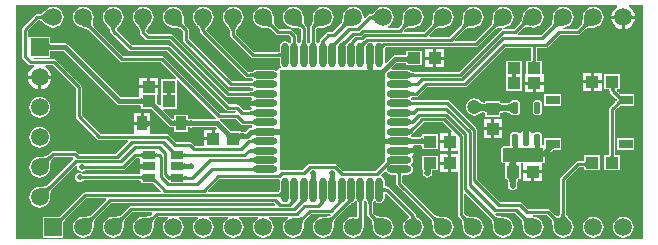
<source format=gtl>
G04*
G04 #@! TF.GenerationSoftware,Altium Limited,Altium Designer,19.1.8 (144)*
G04*
G04 Layer_Physical_Order=1*
G04 Layer_Color=255*
%FSLAX25Y25*%
%MOIN*%
G70*
G01*
G75*
%ADD12C,0.01000*%
%ADD14C,0.02000*%
%ADD32O,0.08071X0.02362*%
%ADD33O,0.02362X0.08071*%
%ADD34R,0.04331X0.02559*%
%ADD35R,0.04724X0.03000*%
%ADD36R,0.03583X0.04803*%
%ADD37R,0.04331X0.03937*%
%ADD38R,0.03937X0.04331*%
G04:AMPARAMS|DCode=39|XSize=39.37mil|YSize=21.65mil|CornerRadius=5.41mil|HoleSize=0mil|Usage=FLASHONLY|Rotation=90.000|XOffset=0mil|YOffset=0mil|HoleType=Round|Shape=RoundedRectangle|*
%AMROUNDEDRECTD39*
21,1,0.03937,0.01083,0,0,90.0*
21,1,0.02854,0.02165,0,0,90.0*
1,1,0.01083,0.00541,0.01427*
1,1,0.01083,0.00541,-0.01427*
1,1,0.01083,-0.00541,-0.01427*
1,1,0.01083,-0.00541,0.01427*
%
%ADD39ROUNDEDRECTD39*%
%ADD40C,0.01500*%
%ADD41R,0.13600X0.04600*%
%ADD42C,0.05906*%
%ADD43R,0.05906X0.05906*%
%ADD44C,0.04724*%
%ADD45R,0.05906X0.05906*%
%ADD46C,0.01968*%
G36*
X226480Y-3980D02*
X17520Y-3980D01*
Y73980D01*
X217974Y73980D01*
X218073Y73480D01*
X218007Y73453D01*
X217181Y72819D01*
X216547Y71993D01*
X216149Y71032D01*
X216079Y70500D01*
X220000D01*
X223921D01*
X223851Y71032D01*
X223453Y71993D01*
X222819Y72819D01*
X221993Y73453D01*
X221927Y73480D01*
X222026Y73980D01*
X226480D01*
X226480Y-3980D01*
D02*
G37*
%LPC*%
G36*
X223921Y69500D02*
X220500D01*
Y66079D01*
X221032Y66149D01*
X221993Y66547D01*
X222819Y67181D01*
X223453Y68007D01*
X223851Y68968D01*
X223921Y69500D01*
D02*
G37*
G36*
X219500D02*
X216079D01*
X216149Y68968D01*
X216547Y68007D01*
X217181Y67181D01*
X218007Y66547D01*
X218968Y66149D01*
X219500Y66079D01*
Y69500D01*
D02*
G37*
G36*
X210000Y73483D02*
X209099Y73364D01*
X208259Y73016D01*
X207538Y72462D01*
X206984Y71741D01*
X206636Y70901D01*
X206518Y70002D01*
X206506Y69974D01*
X206503Y69567D01*
X206454Y68843D01*
X206411Y68542D01*
X206354Y68270D01*
X206287Y68033D01*
X206211Y67831D01*
X206128Y67664D01*
X206041Y67530D01*
X205926Y67396D01*
X205912Y67354D01*
X204578Y66020D01*
X200010D01*
X199975Y66506D01*
X200002Y66518D01*
X200901Y66636D01*
X201741Y66984D01*
X202463Y67537D01*
X203016Y68259D01*
X203364Y69099D01*
X203483Y70000D01*
X203364Y70901D01*
X203016Y71741D01*
X202463Y72462D01*
X201741Y73016D01*
X200901Y73364D01*
X200000Y73483D01*
X199099Y73364D01*
X198259Y73016D01*
X197538Y72462D01*
X196984Y71741D01*
X196636Y70901D01*
X196518Y70002D01*
X196506Y69974D01*
X196503Y69567D01*
X196454Y68843D01*
X196411Y68542D01*
X196354Y68270D01*
X196287Y68033D01*
X196211Y67831D01*
X196128Y67664D01*
X196041Y67530D01*
X195926Y67396D01*
X195912Y67354D01*
X192578Y64020D01*
X185169D01*
X184961Y64520D01*
X186787Y66345D01*
X186796Y66347D01*
X186818Y66376D01*
X186829Y66387D01*
X186872Y66401D01*
X187017Y66527D01*
X187149Y66610D01*
X187301Y66679D01*
X187478Y66732D01*
X187682Y66767D01*
X187915Y66783D01*
X188177Y66778D01*
X188467Y66749D01*
X188785Y66695D01*
X189143Y66613D01*
X189201Y66623D01*
X190000Y66518D01*
X190901Y66636D01*
X191741Y66984D01*
X192463Y67537D01*
X193016Y68259D01*
X193364Y69099D01*
X193482Y70000D01*
X193364Y70901D01*
X193016Y71741D01*
X192463Y72462D01*
X191741Y73016D01*
X190901Y73364D01*
X190000Y73483D01*
X189099Y73364D01*
X188259Y73016D01*
X187538Y72462D01*
X186984Y71741D01*
X186636Y70901D01*
X186630Y70852D01*
X186603Y70818D01*
X186265Y69548D01*
X186160Y69221D01*
X185944Y68657D01*
X185847Y68448D01*
X185753Y68279D01*
X185671Y68156D01*
X185578Y68048D01*
X185564Y68006D01*
X183578Y66020D01*
X180354D01*
X180272Y66049D01*
X180077Y66385D01*
X180148Y66473D01*
X180332Y66561D01*
X180901Y66636D01*
X181741Y66984D01*
X182463Y67537D01*
X183016Y68259D01*
X183364Y69099D01*
X183483Y70000D01*
X183364Y70901D01*
X183016Y71741D01*
X182463Y72462D01*
X181741Y73016D01*
X180901Y73364D01*
X180000Y73483D01*
X179099Y73364D01*
X178259Y73016D01*
X177538Y72462D01*
X176984Y71741D01*
X176636Y70901D01*
X176518Y70002D01*
X176506Y69974D01*
X176503Y69567D01*
X176454Y68843D01*
X176411Y68542D01*
X176355Y68270D01*
X176287Y68033D01*
X176211Y67831D01*
X176128Y67664D01*
X176041Y67530D01*
X175926Y67396D01*
X175912Y67354D01*
X170578Y62020D01*
X164115D01*
X163924Y62481D01*
X167354Y65912D01*
X167396Y65926D01*
X167530Y66041D01*
X167664Y66128D01*
X167831Y66211D01*
X168033Y66287D01*
X168270Y66355D01*
X168543Y66411D01*
X168842Y66454D01*
X169567Y66503D01*
X169975Y66506D01*
X170002Y66518D01*
X170901Y66636D01*
X171741Y66984D01*
X172462Y67537D01*
X173016Y68259D01*
X173364Y69099D01*
X173483Y70000D01*
X173364Y70901D01*
X173016Y71741D01*
X172462Y72462D01*
X171741Y73016D01*
X170901Y73364D01*
X170000Y73483D01*
X169099Y73364D01*
X168259Y73016D01*
X167537Y72462D01*
X166984Y71741D01*
X166636Y70901D01*
X166518Y70002D01*
X166506Y69974D01*
X166503Y69567D01*
X166454Y68843D01*
X166411Y68542D01*
X166355Y68270D01*
X166287Y68033D01*
X166211Y67831D01*
X166128Y67664D01*
X166041Y67530D01*
X165926Y67396D01*
X165912Y67354D01*
X162078Y63520D01*
X155615D01*
X155423Y63981D01*
X157354Y65912D01*
X157396Y65926D01*
X157530Y66041D01*
X157664Y66128D01*
X157831Y66211D01*
X158033Y66287D01*
X158270Y66355D01*
X158543Y66411D01*
X158843Y66454D01*
X159567Y66503D01*
X159975Y66506D01*
X160002Y66518D01*
X160901Y66636D01*
X161741Y66984D01*
X162462Y67537D01*
X163016Y68259D01*
X163364Y69099D01*
X163482Y70000D01*
X163364Y70901D01*
X163016Y71741D01*
X162462Y72462D01*
X161741Y73016D01*
X160901Y73364D01*
X160000Y73483D01*
X159099Y73364D01*
X158259Y73016D01*
X157537Y72462D01*
X156984Y71741D01*
X156636Y70901D01*
X156518Y70002D01*
X156506Y69974D01*
X156503Y69567D01*
X156454Y68843D01*
X156411Y68542D01*
X156354Y68270D01*
X156287Y68033D01*
X156211Y67831D01*
X156128Y67664D01*
X156041Y67530D01*
X155926Y67396D01*
X155912Y67354D01*
X153578Y65020D01*
X147115D01*
X146923Y65482D01*
X147354Y65912D01*
X147397Y65926D01*
X147530Y66041D01*
X147663Y66128D01*
X147831Y66211D01*
X148033Y66287D01*
X148270Y66355D01*
X148542Y66411D01*
X148843Y66454D01*
X149567Y66503D01*
X149975Y66506D01*
X150002Y66518D01*
X150901Y66636D01*
X151741Y66984D01*
X152462Y67537D01*
X153016Y68259D01*
X153364Y69099D01*
X153482Y70000D01*
X153364Y70901D01*
X153016Y71741D01*
X152462Y72462D01*
X151741Y73016D01*
X150901Y73364D01*
X150000Y73483D01*
X149099Y73364D01*
X148259Y73016D01*
X147538Y72462D01*
X146984Y71741D01*
X146636Y70901D01*
X146518Y70002D01*
X146506Y69974D01*
X146503Y69567D01*
X146454Y68843D01*
X146411Y68542D01*
X146354Y68270D01*
X146287Y68033D01*
X146211Y67831D01*
X146128Y67664D01*
X146041Y67530D01*
X145926Y67396D01*
X145912Y67354D01*
X145078Y66520D01*
X141927D01*
X141789Y66864D01*
X141788Y67020D01*
X142463Y67537D01*
X143016Y68259D01*
X143364Y69099D01*
X143482Y70000D01*
X143364Y70901D01*
X143016Y71741D01*
X142463Y72462D01*
X141741Y73016D01*
X140901Y73364D01*
X140000Y73483D01*
X139099Y73364D01*
X138259Y73016D01*
X137538Y72462D01*
X137276Y72122D01*
X137209Y72093D01*
X137196Y72061D01*
X137166Y72044D01*
X136995Y71819D01*
X136834Y71635D01*
X136672Y71476D01*
X136511Y71343D01*
X136352Y71234D01*
X136194Y71148D01*
X136036Y71082D01*
X135877Y71036D01*
X135715Y71008D01*
X135517Y70998D01*
X135423Y70952D01*
X135157Y70899D01*
X134826Y70678D01*
X133928Y69780D01*
X133639Y69923D01*
X133478Y70037D01*
X133364Y70901D01*
X133016Y71741D01*
X132463Y72462D01*
X131741Y73016D01*
X130901Y73364D01*
X130000Y73483D01*
X129099Y73364D01*
X128259Y73016D01*
X127538Y72462D01*
X126984Y71741D01*
X126636Y70901D01*
X126566Y70370D01*
X126517Y70277D01*
X126517Y70274D01*
X126517Y70274D01*
X126517Y70274D01*
X126478Y69846D01*
X126430Y69462D01*
X126305Y68777D01*
X126233Y68500D01*
X126153Y68254D01*
X126068Y68046D01*
X125980Y67876D01*
X125893Y67744D01*
X125784Y67618D01*
X125770Y67575D01*
X123215Y65020D01*
X121624D01*
X121234Y64942D01*
X120903Y64721D01*
X119129Y62947D01*
X118908Y62616D01*
X118852Y62332D01*
X118809Y62233D01*
X118807Y62047D01*
X118789Y61744D01*
X118778Y61653D01*
X118448Y61403D01*
X117924Y61490D01*
X117913Y61507D01*
X117801Y61582D01*
X117782Y61686D01*
X117746Y62106D01*
X117742Y62363D01*
X117720Y62413D01*
Y66174D01*
X117864Y66248D01*
X118060Y66325D01*
X118285Y66391D01*
X118541Y66445D01*
X118819Y66483D01*
X119490Y66517D01*
X119865Y66509D01*
X119870Y66511D01*
X119876Y66509D01*
X119922Y66528D01*
X120000Y66518D01*
X120901Y66636D01*
X121741Y66984D01*
X122462Y67537D01*
X123016Y68259D01*
X123364Y69099D01*
X123483Y70000D01*
X123364Y70901D01*
X123016Y71741D01*
X122462Y72462D01*
X121741Y73016D01*
X120901Y73364D01*
X120000Y73483D01*
X119099Y73364D01*
X118259Y73016D01*
X117537Y72462D01*
X116984Y71741D01*
X116636Y70901D01*
X116517Y70000D01*
X116528Y69923D01*
X116509Y69877D01*
Y69876D01*
X116509Y69876D01*
X116509Y69876D01*
X116508Y69134D01*
X116484Y68826D01*
X116445Y68541D01*
X116392Y68285D01*
X116325Y68060D01*
X116248Y67864D01*
X116161Y67696D01*
X116066Y67555D01*
X115940Y67411D01*
X115907Y67312D01*
X115759Y67091D01*
X115681Y66701D01*
Y62413D01*
X115660Y62363D01*
X115655Y62100D01*
X115642Y61879D01*
X115621Y61694D01*
X115601Y61582D01*
X115489Y61507D01*
X115427Y61414D01*
X115384Y61389D01*
X115319Y61363D01*
X115134Y61328D01*
X115118D01*
X114933Y61363D01*
X114868Y61389D01*
X114825Y61414D01*
X114763Y61507D01*
X114652Y61582D01*
X114632Y61686D01*
X114597Y62106D01*
X114592Y62363D01*
X114571Y62413D01*
Y66449D01*
X114493Y66839D01*
X114272Y67170D01*
X114088Y67354D01*
X114074Y67396D01*
X113959Y67530D01*
X113872Y67664D01*
X113789Y67831D01*
X113713Y68033D01*
X113646Y68270D01*
X113589Y68542D01*
X113546Y68843D01*
X113497Y69567D01*
X113494Y69974D01*
X113482Y70002D01*
X113364Y70901D01*
X113016Y71741D01*
X112462Y72462D01*
X111741Y73016D01*
X110901Y73364D01*
X110000Y73483D01*
X109099Y73364D01*
X108259Y73016D01*
X107537Y72462D01*
X106984Y71741D01*
X106636Y70901D01*
X106518Y70000D01*
X106636Y69099D01*
X106984Y68259D01*
X107537Y67537D01*
X108259Y66984D01*
X109099Y66636D01*
X109998Y66518D01*
X110026Y66506D01*
X110433Y66503D01*
X111158Y66454D01*
X111458Y66411D01*
X111730Y66355D01*
X111967Y66287D01*
X112169Y66211D01*
X112336Y66128D01*
X112470Y66041D01*
X112532Y65988D01*
Y62413D01*
X112510Y62363D01*
X112505Y62100D01*
X112492Y61879D01*
X112471Y61694D01*
X112451Y61582D01*
X112339Y61507D01*
X112277Y61414D01*
X112234Y61389D01*
X112170Y61363D01*
X111985Y61328D01*
X111968D01*
X111783Y61363D01*
X111719Y61389D01*
X111676Y61414D01*
X111614Y61507D01*
X111502Y61582D01*
X111483Y61686D01*
X111447Y62106D01*
X111443Y62363D01*
X111421Y62413D01*
Y63598D01*
X111344Y63989D01*
X111123Y64319D01*
X109721Y65721D01*
X109390Y65942D01*
X109000Y66020D01*
X105422D01*
X104088Y67354D01*
X104074Y67396D01*
X103959Y67530D01*
X103872Y67664D01*
X103789Y67831D01*
X103713Y68033D01*
X103646Y68270D01*
X103589Y68542D01*
X103546Y68843D01*
X103497Y69567D01*
X103494Y69974D01*
X103482Y70002D01*
X103364Y70901D01*
X103016Y71741D01*
X102462Y72462D01*
X101741Y73016D01*
X100901Y73364D01*
X100000Y73483D01*
X99099Y73364D01*
X98259Y73016D01*
X97537Y72462D01*
X96984Y71741D01*
X96636Y70901D01*
X96517Y70000D01*
X96636Y69099D01*
X96984Y68259D01*
X97537Y67537D01*
X98259Y66984D01*
X99099Y66636D01*
X99998Y66518D01*
X100025Y66506D01*
X100433Y66503D01*
X101157Y66454D01*
X101458Y66411D01*
X101730Y66355D01*
X101967Y66287D01*
X102169Y66211D01*
X102336Y66128D01*
X102470Y66041D01*
X102603Y65926D01*
X102646Y65912D01*
X104279Y64279D01*
X104610Y64058D01*
X105000Y63980D01*
X108578D01*
X109382Y63176D01*
Y62413D01*
X109361Y62363D01*
X109356Y62100D01*
X109343Y61879D01*
X109322Y61694D01*
X109301Y61582D01*
X109190Y61507D01*
X109127Y61414D01*
X108712Y61348D01*
X108633Y61363D01*
X108533Y61404D01*
X108464Y61507D01*
X107908Y61879D01*
X107252Y62009D01*
X106596Y61879D01*
X106040Y61507D01*
X105668Y60951D01*
X105538Y60295D01*
Y58532D01*
X105475Y58516D01*
X105369Y58498D01*
X105235Y58486D01*
X105059Y58482D01*
X105010Y58460D01*
X96981D01*
X91020Y64422D01*
Y65238D01*
X91040Y65278D01*
X91053Y65454D01*
X91086Y65610D01*
X91145Y65787D01*
X91234Y65984D01*
X91355Y66199D01*
X91507Y66431D01*
X91689Y66674D01*
X92166Y67221D01*
X92453Y67511D01*
X92463Y67539D01*
X93016Y68259D01*
X93364Y69099D01*
X93483Y70000D01*
X93364Y70901D01*
X93016Y71741D01*
X92462Y72462D01*
X91741Y73016D01*
X90901Y73364D01*
X90000Y73483D01*
X89099Y73364D01*
X88259Y73016D01*
X87537Y72462D01*
X86984Y71741D01*
X86636Y70901D01*
X86518Y70000D01*
X86636Y69099D01*
X86984Y68259D01*
X87537Y67539D01*
X87547Y67511D01*
X87834Y67221D01*
X88311Y66674D01*
X88493Y66431D01*
X88645Y66199D01*
X88766Y65984D01*
X88855Y65787D01*
X88914Y65610D01*
X88947Y65454D01*
X88960Y65278D01*
X88980Y65238D01*
Y64000D01*
X89058Y63610D01*
X89279Y63279D01*
X95838Y56720D01*
X96169Y56499D01*
X96559Y56421D01*
X105011D01*
X105059Y56400D01*
X105235Y56395D01*
X105369Y56384D01*
X105475Y56366D01*
X105538Y56349D01*
Y54587D01*
X105668Y53931D01*
X105929Y53541D01*
X105708Y53041D01*
X105500D01*
X105117Y52883D01*
X104959Y52500D01*
Y52293D01*
X104459Y52071D01*
X104069Y52332D01*
X103413Y52462D01*
X97705D01*
X97049Y52332D01*
X96838Y52191D01*
X96775Y52175D01*
X96753Y52138D01*
X96712Y52121D01*
X96704Y52101D01*
X96493Y51960D01*
X96418Y51848D01*
X96314Y51829D01*
X95894Y51794D01*
X95637Y51789D01*
X95587Y51768D01*
X95074D01*
X81090Y65752D01*
X81137Y65905D01*
X81215Y66088D01*
X81320Y66280D01*
X81452Y66480D01*
X81608Y66681D01*
X82030Y67128D01*
X82284Y67356D01*
X82290Y67370D01*
X82305Y67375D01*
X82329Y67435D01*
X82463Y67537D01*
X83016Y68259D01*
X83364Y69099D01*
X83482Y70000D01*
X83364Y70901D01*
X83016Y71741D01*
X82463Y72462D01*
X81741Y73016D01*
X80901Y73364D01*
X80000Y73483D01*
X79099Y73364D01*
X78259Y73016D01*
X77538Y72462D01*
X76984Y71741D01*
X76636Y70901D01*
X76517Y70000D01*
X76636Y69099D01*
X76984Y68259D01*
X77538Y67537D01*
X77671Y67435D01*
X77696Y67375D01*
X77710Y67370D01*
X77716Y67356D01*
X77976Y67122D01*
X78196Y66902D01*
X78387Y66688D01*
X78548Y66480D01*
X78680Y66280D01*
X78785Y66088D01*
X78863Y65905D01*
X78917Y65730D01*
X78948Y65562D01*
X78960Y65366D01*
X79006Y65272D01*
X79058Y65010D01*
X79279Y64679D01*
X93931Y50027D01*
X94262Y49806D01*
X94652Y49728D01*
X95587D01*
X95637Y49707D01*
X95900Y49702D01*
X96121Y49689D01*
X96306Y49668D01*
X96418Y49648D01*
X96493Y49536D01*
X96586Y49474D01*
X96611Y49431D01*
X96637Y49367D01*
X96672Y49182D01*
Y49165D01*
X96637Y48980D01*
X96611Y48916D01*
X96586Y48873D01*
X96493Y48810D01*
X96418Y48699D01*
X96314Y48680D01*
X95894Y48644D01*
X95637Y48640D01*
X95587Y48618D01*
X89724D01*
X75420Y62922D01*
Y65600D01*
X75342Y65990D01*
X75121Y66321D01*
X74088Y67354D01*
X74074Y67396D01*
X73959Y67530D01*
X73872Y67664D01*
X73789Y67831D01*
X73713Y68033D01*
X73646Y68270D01*
X73589Y68542D01*
X73546Y68843D01*
X73497Y69567D01*
X73494Y69974D01*
X73482Y70002D01*
X73364Y70901D01*
X73016Y71741D01*
X72462Y72462D01*
X71741Y73016D01*
X70901Y73364D01*
X70000Y73483D01*
X69099Y73364D01*
X68259Y73016D01*
X67537Y72462D01*
X66984Y71741D01*
X66636Y70901D01*
X66518Y70000D01*
X66636Y69099D01*
X66984Y68259D01*
X67537Y67537D01*
X68259Y66984D01*
X69099Y66636D01*
X69998Y66518D01*
X70025Y66506D01*
X70433Y66503D01*
X71157Y66454D01*
X71457Y66411D01*
X71730Y66355D01*
X71967Y66287D01*
X72169Y66211D01*
X72336Y66128D01*
X72470Y66041D01*
X72603Y65926D01*
X72646Y65912D01*
X73380Y65178D01*
Y62500D01*
X73458Y62110D01*
X73679Y61779D01*
X88581Y46878D01*
X88911Y46657D01*
X89302Y46579D01*
X95587D01*
X95637Y46557D01*
X95900Y46553D01*
X96121Y46539D01*
X96306Y46519D01*
X96418Y46498D01*
X96493Y46386D01*
X96586Y46324D01*
X96611Y46281D01*
X96637Y46217D01*
X96672Y46032D01*
Y46015D01*
X96637Y45830D01*
X96611Y45766D01*
X96586Y45723D01*
X96493Y45661D01*
X96418Y45549D01*
X96314Y45530D01*
X95894Y45494D01*
X95637Y45490D01*
X95587Y45468D01*
X88674D01*
X70121Y64021D01*
X69790Y64242D01*
X69400Y64320D01*
X61922D01*
X61020Y65222D01*
Y65238D01*
X61040Y65278D01*
X61053Y65454D01*
X61086Y65610D01*
X61145Y65787D01*
X61234Y65984D01*
X61355Y66199D01*
X61507Y66431D01*
X61689Y66674D01*
X62166Y67221D01*
X62453Y67511D01*
X62463Y67539D01*
X63016Y68259D01*
X63364Y69099D01*
X63482Y70000D01*
X63364Y70901D01*
X63016Y71741D01*
X62463Y72462D01*
X61741Y73016D01*
X60901Y73364D01*
X60000Y73483D01*
X59099Y73364D01*
X58259Y73016D01*
X57538Y72462D01*
X56984Y71741D01*
X56636Y70901D01*
X56517Y70000D01*
X56636Y69099D01*
X56984Y68259D01*
X57537Y67539D01*
X57547Y67511D01*
X57834Y67221D01*
X58311Y66674D01*
X58493Y66431D01*
X58645Y66199D01*
X58766Y65984D01*
X58855Y65787D01*
X58914Y65610D01*
X58947Y65454D01*
X58960Y65278D01*
X58980Y65238D01*
Y64800D01*
X59058Y64410D01*
X59279Y64079D01*
X60779Y62579D01*
X61110Y62358D01*
X61500Y62280D01*
X68978D01*
X87530Y43728D01*
X87861Y43507D01*
X88251Y43429D01*
X95587D01*
X95637Y43408D01*
X95900Y43403D01*
X96017Y43396D01*
X96135Y43150D01*
X96150Y42883D01*
X96132Y42872D01*
X95650Y42150D01*
X95631Y42055D01*
X96486Y42117D01*
X96656Y42147D01*
X96804Y42182D01*
X96930Y42223D01*
X97033Y42269D01*
X97115Y42320D01*
Y41799D01*
X100559D01*
Y40799D01*
X97115D01*
Y40278D01*
X97033Y40330D01*
X96930Y40376D01*
X96804Y40416D01*
X96656Y40452D01*
X96486Y40481D01*
X96080Y40525D01*
X95631Y40545D01*
X95650Y40448D01*
X96132Y39727D01*
X96145Y39718D01*
X96013Y39205D01*
X95894Y39195D01*
X95637Y39191D01*
X95587Y39169D01*
X93422D01*
X91971Y40621D01*
X91640Y40842D01*
X91250Y40920D01*
X88622D01*
X69121Y60421D01*
X68790Y60642D01*
X68400Y60720D01*
X56222D01*
X51087Y65855D01*
X51129Y66000D01*
X51198Y66168D01*
X51291Y66339D01*
X51407Y66513D01*
X51549Y66690D01*
X51717Y66870D01*
X51913Y67052D01*
X52148Y67245D01*
X52162Y67270D01*
X52188Y67281D01*
X52216Y67348D01*
X52463Y67537D01*
X53016Y68259D01*
X53364Y69099D01*
X53483Y70000D01*
X53364Y70901D01*
X53016Y71741D01*
X52463Y72462D01*
X51741Y73016D01*
X50901Y73364D01*
X50000Y73483D01*
X49099Y73364D01*
X48259Y73016D01*
X47537Y72462D01*
X46984Y71741D01*
X46636Y70901D01*
X46518Y70000D01*
X46636Y69099D01*
X46984Y68259D01*
X47537Y67537D01*
X47784Y67348D01*
X47812Y67281D01*
X47839Y67270D01*
X47852Y67245D01*
X48087Y67052D01*
X48283Y66870D01*
X48451Y66690D01*
X48593Y66513D01*
X48709Y66339D01*
X48802Y66168D01*
X48871Y66000D01*
X48920Y65834D01*
X48948Y65668D01*
X48960Y65469D01*
X49005Y65375D01*
X49058Y65110D01*
X49279Y64779D01*
X55079Y58979D01*
X55410Y58758D01*
X55800Y58680D01*
X67978D01*
X87479Y39179D01*
X87810Y38958D01*
X88200Y38880D01*
X90696D01*
X90908Y38609D01*
X90689Y38120D01*
X85622D01*
X67021Y56721D01*
X66690Y56942D01*
X66300Y57020D01*
X53422D01*
X43655Y66787D01*
X43653Y66796D01*
X43624Y66818D01*
X43613Y66829D01*
X43599Y66872D01*
X43473Y67017D01*
X43390Y67149D01*
X43321Y67301D01*
X43268Y67478D01*
X43233Y67682D01*
X43217Y67915D01*
X43222Y68177D01*
X43251Y68467D01*
X43305Y68785D01*
X43387Y69143D01*
X43377Y69201D01*
X43483Y70000D01*
X43364Y70901D01*
X43016Y71741D01*
X42463Y72462D01*
X41741Y73016D01*
X40901Y73364D01*
X40000Y73483D01*
X39099Y73364D01*
X38259Y73016D01*
X37538Y72462D01*
X36984Y71741D01*
X36636Y70901D01*
X36518Y70000D01*
X36636Y69099D01*
X36984Y68259D01*
X37538Y67537D01*
X38259Y66984D01*
X39099Y66636D01*
X39148Y66630D01*
X39182Y66603D01*
X40452Y66265D01*
X40779Y66160D01*
X41343Y65944D01*
X41552Y65847D01*
X41721Y65753D01*
X41844Y65671D01*
X41952Y65578D01*
X41994Y65564D01*
X52279Y55279D01*
X52610Y55058D01*
X53000Y54980D01*
X65878D01*
X70990Y49869D01*
X70783Y49369D01*
X65881D01*
Y44431D01*
Y40642D01*
X65800Y40597D01*
X65381Y40501D01*
X64923Y40993D01*
X64733Y41230D01*
X64586Y41440D01*
X64519Y41557D01*
Y42123D01*
X64536Y42165D01*
X64519Y42206D01*
Y42207D01*
X64529Y42250D01*
X64519Y42267D01*
Y43931D01*
X65019D01*
Y46400D01*
X61854D01*
X58688D01*
Y43931D01*
X58688D01*
X58739Y43431D01*
X58677Y43317D01*
X58457Y43298D01*
X58186Y43291D01*
X58149Y43275D01*
X52528D01*
X34901Y60901D01*
X34488Y61177D01*
X34000Y61274D01*
X29992D01*
X29955Y61291D01*
X29684Y61298D01*
X29464Y61317D01*
X29284Y61347D01*
X29145Y61384D01*
X29050Y61423D01*
X28997Y61455D01*
X28978Y61472D01*
X28976Y61475D01*
X28975Y61478D01*
X28967Y61557D01*
X28953Y61583D01*
Y63453D01*
X22047D01*
Y63453D01*
X21620Y63627D01*
Y65478D01*
X25122Y68980D01*
X25238D01*
X25278Y68960D01*
X25454Y68947D01*
X25610Y68914D01*
X25787Y68855D01*
X25984Y68766D01*
X26199Y68645D01*
X26431Y68493D01*
X26674Y68311D01*
X27221Y67834D01*
X27512Y67548D01*
X27539Y67536D01*
X28259Y66984D01*
X29099Y66636D01*
X30000Y66518D01*
X30901Y66636D01*
X31741Y66984D01*
X32462Y67537D01*
X33016Y68259D01*
X33364Y69099D01*
X33483Y70000D01*
X33364Y70901D01*
X33016Y71741D01*
X32462Y72462D01*
X31741Y73016D01*
X30901Y73364D01*
X30000Y73483D01*
X29099Y73364D01*
X28259Y73016D01*
X27539Y72464D01*
X27512Y72452D01*
X27221Y72166D01*
X26674Y71689D01*
X26431Y71507D01*
X26199Y71355D01*
X25984Y71234D01*
X25787Y71145D01*
X25610Y71086D01*
X25454Y71053D01*
X25278Y71040D01*
X25238Y71020D01*
X24700D01*
X24310Y70942D01*
X23979Y70721D01*
X19879Y66621D01*
X19658Y66290D01*
X19580Y65900D01*
Y56900D01*
X19658Y56510D01*
X19879Y56179D01*
X21779Y54279D01*
X22110Y54058D01*
X22500Y53980D01*
X23474D01*
X23573Y53480D01*
X23507Y53453D01*
X22681Y52819D01*
X22047Y51993D01*
X21649Y51032D01*
X21579Y50500D01*
X25500D01*
X29421D01*
X29351Y51032D01*
X28953Y51993D01*
X28319Y52819D01*
X27493Y53453D01*
X27427Y53480D01*
X27526Y53980D01*
X29778D01*
X37480Y46278D01*
Y37000D01*
X37558Y36610D01*
X37779Y36279D01*
X44679Y29379D01*
X45010Y29158D01*
X45400Y29080D01*
X54685D01*
X54877Y28618D01*
X50778Y24520D01*
X38722D01*
X38021Y25221D01*
X37690Y25442D01*
X37300Y25520D01*
X30000D01*
X29610Y25442D01*
X29279Y25221D01*
X28146Y24088D01*
X28104Y24074D01*
X27970Y23959D01*
X27836Y23872D01*
X27669Y23789D01*
X27467Y23713D01*
X27230Y23645D01*
X26957Y23589D01*
X26658Y23546D01*
X25933Y23497D01*
X25526Y23494D01*
X25498Y23482D01*
X24599Y23364D01*
X23759Y23016D01*
X23038Y22463D01*
X22484Y21741D01*
X22136Y20901D01*
X22017Y20000D01*
X22136Y19099D01*
X22484Y18259D01*
X23038Y17537D01*
X23759Y16984D01*
X24599Y16636D01*
X25500Y16517D01*
X26401Y16636D01*
X27241Y16984D01*
X27962Y17537D01*
X28516Y18259D01*
X28864Y19099D01*
X28982Y19998D01*
X28994Y20026D01*
X28997Y20433D01*
X29046Y21158D01*
X29089Y21457D01*
X29146Y21730D01*
X29213Y21967D01*
X29289Y22169D01*
X29372Y22336D01*
X29459Y22470D01*
X29574Y22603D01*
X29588Y22646D01*
X30422Y23480D01*
X36486D01*
X36709Y23221D01*
X36779Y22721D01*
X28146Y14088D01*
X28104Y14074D01*
X27970Y13959D01*
X27836Y13872D01*
X27669Y13789D01*
X27467Y13713D01*
X27230Y13645D01*
X26958Y13589D01*
X26658Y13546D01*
X25933Y13497D01*
X25526Y13494D01*
X25498Y13482D01*
X24599Y13364D01*
X23759Y13016D01*
X23038Y12462D01*
X22484Y11741D01*
X22136Y10901D01*
X22017Y10000D01*
X22136Y9099D01*
X22484Y8259D01*
X23038Y7537D01*
X23759Y6984D01*
X24599Y6636D01*
X25500Y6517D01*
X26401Y6636D01*
X27241Y6984D01*
X27962Y7537D01*
X28516Y8259D01*
X28864Y9099D01*
X28982Y9998D01*
X28994Y10025D01*
X28997Y10433D01*
X29046Y11158D01*
X29089Y11458D01*
X29146Y11730D01*
X29213Y11967D01*
X29289Y12169D01*
X29372Y12336D01*
X29459Y12470D01*
X29574Y12603D01*
X29588Y12646D01*
X37610Y20668D01*
X38070Y20422D01*
X37987Y20000D01*
X38102Y19421D01*
X38430Y18930D01*
X38921Y18602D01*
X39500Y18487D01*
X40079Y18602D01*
X40504Y18886D01*
X40528Y18894D01*
X40545Y18897D01*
X40552Y18902D01*
X40561Y18905D01*
X40571Y18914D01*
X40586Y18920D01*
X40615Y18928D01*
X40657Y18938D01*
X40704Y18945D01*
X40858Y18957D01*
X40948Y18959D01*
X40997Y18980D01*
X53400D01*
X53790Y19058D01*
X54121Y19279D01*
X57863Y23021D01*
X58668D01*
X58810Y22580D01*
X58810Y22580D01*
X58810D01*
X58810Y22580D01*
Y21073D01*
X59087Y21097D01*
X59282Y21133D01*
X59447Y21179D01*
X59582Y21236D01*
X59687Y21304D01*
X59762Y21381D01*
X59807Y21469D01*
X59822Y21567D01*
Y20800D01*
X61976D01*
Y19800D01*
X59822D01*
Y19033D01*
X59807Y19131D01*
X59762Y19219D01*
X59687Y19296D01*
X59582Y19364D01*
X59447Y19421D01*
X59282Y19467D01*
X59087Y19503D01*
X58862Y19529D01*
X58810Y19533D01*
Y18021D01*
X58571Y17620D01*
X40305D01*
X40258Y17641D01*
X40071Y17648D01*
X40011Y17654D01*
X39957Y17662D01*
X39915Y17672D01*
X39886Y17680D01*
X39871Y17686D01*
X39861Y17695D01*
X39852Y17698D01*
X39845Y17703D01*
X39828Y17706D01*
X39804Y17714D01*
X39379Y17998D01*
X38800Y18113D01*
X38221Y17998D01*
X37730Y17670D01*
X37402Y17179D01*
X37287Y16600D01*
X37402Y16021D01*
X37730Y15530D01*
X38221Y15202D01*
X38800Y15087D01*
X39379Y15202D01*
X39804Y15486D01*
X39828Y15494D01*
X39845Y15497D01*
X39852Y15502D01*
X39861Y15505D01*
X39871Y15514D01*
X39886Y15520D01*
X39915Y15528D01*
X39957Y15538D01*
X40004Y15545D01*
X40158Y15557D01*
X40248Y15559D01*
X40297Y15580D01*
X58760D01*
X58808Y15559D01*
X58984Y15554D01*
X59119Y15543D01*
X59225Y15525D01*
X59298Y15506D01*
X59310Y15501D01*
Y14780D01*
X62593D01*
X62630Y14758D01*
X62674Y14768D01*
X62715Y14751D01*
X62785Y14780D01*
X63050D01*
X63104Y14750D01*
X63226Y14665D01*
X63561Y14381D01*
X63753Y14196D01*
X63803Y14176D01*
X65898Y12082D01*
X65706Y11620D01*
X40600D01*
X40210Y11542D01*
X39879Y11321D01*
X32620Y4062D01*
X32572Y4044D01*
X32189Y3687D01*
X32040Y3568D01*
X31911Y3477D01*
X31868Y3453D01*
X31568D01*
X31526Y3470D01*
X31485Y3453D01*
X31484D01*
X31440Y3463D01*
X31424Y3453D01*
X26547D01*
Y-3453D01*
X33453D01*
Y1424D01*
X33463Y1440D01*
X33453Y1484D01*
Y1485D01*
X33470Y1527D01*
X33453Y1568D01*
Y1868D01*
X33477Y1911D01*
X33564Y2034D01*
X33850Y2371D01*
X34037Y2565D01*
X34057Y2615D01*
X41022Y9580D01*
X47485D01*
X47677Y9119D01*
X42646Y4088D01*
X42603Y4074D01*
X42470Y3959D01*
X42336Y3872D01*
X42169Y3789D01*
X41967Y3713D01*
X41730Y3646D01*
X41458Y3589D01*
X41157Y3546D01*
X40433Y3497D01*
X40025Y3494D01*
X39998Y3482D01*
X39099Y3364D01*
X38259Y3016D01*
X37538Y2462D01*
X36984Y1741D01*
X36636Y901D01*
X36518Y0D01*
X36636Y-901D01*
X36984Y-1741D01*
X37538Y-2462D01*
X38259Y-3016D01*
X39099Y-3364D01*
X40000Y-3483D01*
X40901Y-3364D01*
X41741Y-3016D01*
X42463Y-2462D01*
X43016Y-1741D01*
X43364Y-901D01*
X43482Y-2D01*
X43494Y25D01*
X43497Y433D01*
X43546Y1158D01*
X43589Y1457D01*
X43646Y1730D01*
X43713Y1967D01*
X43789Y2169D01*
X43872Y2336D01*
X43959Y2470D01*
X44074Y2603D01*
X44088Y2646D01*
X49422Y7980D01*
X103578D01*
X104053Y7505D01*
X103862Y7043D01*
X56024D01*
X55633Y6966D01*
X55303Y6745D01*
X52646Y4088D01*
X52604Y4074D01*
X52470Y3959D01*
X52337Y3872D01*
X52169Y3789D01*
X51967Y3713D01*
X51730Y3646D01*
X51458Y3589D01*
X51157Y3546D01*
X50433Y3497D01*
X50025Y3494D01*
X49998Y3482D01*
X49099Y3364D01*
X48259Y3016D01*
X47537Y2462D01*
X46984Y1741D01*
X46636Y901D01*
X46518Y0D01*
X46636Y-901D01*
X46984Y-1741D01*
X47537Y-2462D01*
X48259Y-3016D01*
X49099Y-3364D01*
X50000Y-3483D01*
X50901Y-3364D01*
X51741Y-3016D01*
X52463Y-2462D01*
X53016Y-1741D01*
X53364Y-901D01*
X53482Y-2D01*
X53494Y25D01*
X53497Y433D01*
X53546Y1158D01*
X53589Y1457D01*
X53645Y1730D01*
X53713Y1967D01*
X53789Y2169D01*
X53872Y2336D01*
X53959Y2470D01*
X54074Y2603D01*
X54088Y2646D01*
X56446Y5004D01*
X62909D01*
X63100Y4542D01*
X62646Y4088D01*
X62603Y4074D01*
X62470Y3959D01*
X62336Y3872D01*
X62169Y3789D01*
X61967Y3713D01*
X61730Y3646D01*
X61458Y3589D01*
X61158Y3546D01*
X60433Y3497D01*
X60026Y3494D01*
X59998Y3482D01*
X59099Y3364D01*
X58259Y3016D01*
X57538Y2462D01*
X56984Y1741D01*
X56636Y901D01*
X56517Y0D01*
X56636Y-901D01*
X56984Y-1741D01*
X57538Y-2462D01*
X58259Y-3016D01*
X59099Y-3364D01*
X60000Y-3483D01*
X60901Y-3364D01*
X61741Y-3016D01*
X62463Y-2462D01*
X63016Y-1741D01*
X63364Y-901D01*
X63482Y-2D01*
X63494Y25D01*
X63497Y433D01*
X63546Y1158D01*
X63589Y1457D01*
X63645Y1730D01*
X63713Y1967D01*
X63789Y2169D01*
X63872Y2336D01*
X63959Y2470D01*
X64074Y2603D01*
X64088Y2646D01*
X64946Y3504D01*
X68130D01*
X68248Y3055D01*
X68243Y3004D01*
X67537Y2462D01*
X66984Y1741D01*
X66636Y901D01*
X66518Y0D01*
X66636Y-901D01*
X66984Y-1741D01*
X67537Y-2462D01*
X68259Y-3016D01*
X69099Y-3364D01*
X70000Y-3483D01*
X70901Y-3364D01*
X71741Y-3016D01*
X72462Y-2462D01*
X73016Y-1741D01*
X73364Y-901D01*
X73483Y0D01*
X73364Y901D01*
X73016Y1741D01*
X72462Y2462D01*
X71757Y3004D01*
X71751Y3055D01*
X71870Y3504D01*
X78130D01*
X78249Y3055D01*
X78243Y3004D01*
X77538Y2462D01*
X76984Y1741D01*
X76636Y901D01*
X76517Y0D01*
X76636Y-901D01*
X76984Y-1741D01*
X77538Y-2462D01*
X78259Y-3016D01*
X79099Y-3364D01*
X80000Y-3483D01*
X80901Y-3364D01*
X81741Y-3016D01*
X82463Y-2462D01*
X83016Y-1741D01*
X83364Y-901D01*
X83482Y0D01*
X83364Y901D01*
X83016Y1741D01*
X82463Y2462D01*
X81757Y3004D01*
X81752Y3055D01*
X81870Y3504D01*
X88130D01*
X88248Y3055D01*
X88243Y3004D01*
X87537Y2462D01*
X86984Y1741D01*
X86636Y901D01*
X86518Y0D01*
X86636Y-901D01*
X86984Y-1741D01*
X87537Y-2462D01*
X88259Y-3016D01*
X89099Y-3364D01*
X90000Y-3483D01*
X90901Y-3364D01*
X91741Y-3016D01*
X92462Y-2462D01*
X93016Y-1741D01*
X93364Y-901D01*
X93483Y0D01*
X93364Y901D01*
X93016Y1741D01*
X92462Y2462D01*
X91757Y3004D01*
X91751Y3055D01*
X91870Y3504D01*
X98130D01*
X98248Y3055D01*
X98243Y3004D01*
X97537Y2462D01*
X96984Y1741D01*
X96636Y901D01*
X96517Y0D01*
X96636Y-901D01*
X96984Y-1741D01*
X97537Y-2462D01*
X98259Y-3016D01*
X99099Y-3364D01*
X100000Y-3483D01*
X100901Y-3364D01*
X101741Y-3016D01*
X102462Y-2462D01*
X103016Y-1741D01*
X103364Y-901D01*
X103482Y0D01*
X103364Y901D01*
X103016Y1741D01*
X102462Y2462D01*
X101757Y3004D01*
X101751Y3055D01*
X101870Y3504D01*
X108130D01*
X108248Y3055D01*
X108243Y3004D01*
X107537Y2462D01*
X106984Y1741D01*
X106636Y901D01*
X106518Y0D01*
X106636Y-901D01*
X106984Y-1741D01*
X107537Y-2462D01*
X108259Y-3016D01*
X109099Y-3364D01*
X110000Y-3483D01*
X110901Y-3364D01*
X111741Y-3016D01*
X112462Y-2462D01*
X113016Y-1741D01*
X113364Y-901D01*
X113464Y-138D01*
X113493Y-75D01*
X113508Y339D01*
X113576Y1073D01*
X113626Y1378D01*
X113688Y1654D01*
X113759Y1894D01*
X113838Y2099D01*
X113923Y2267D01*
X114010Y2400D01*
X114123Y2531D01*
X114137Y2574D01*
X116044Y4480D01*
X122331D01*
X122377Y4424D01*
X122495Y3980D01*
X122470Y3959D01*
X122336Y3872D01*
X122169Y3789D01*
X121967Y3713D01*
X121730Y3646D01*
X121458Y3589D01*
X121158Y3546D01*
X120433Y3497D01*
X120026Y3494D01*
X119998Y3482D01*
X119099Y3364D01*
X118259Y3016D01*
X117537Y2462D01*
X116984Y1741D01*
X116636Y901D01*
X116517Y0D01*
X116636Y-901D01*
X116984Y-1741D01*
X117537Y-2462D01*
X118259Y-3016D01*
X119099Y-3364D01*
X120000Y-3483D01*
X120901Y-3364D01*
X121741Y-3016D01*
X122462Y-2462D01*
X123016Y-1741D01*
X123364Y-901D01*
X123482Y-2D01*
X123494Y25D01*
X123497Y433D01*
X123546Y1158D01*
X123589Y1457D01*
X123645Y1730D01*
X123713Y1967D01*
X123789Y2169D01*
X123872Y2336D01*
X123959Y2470D01*
X124074Y2603D01*
X124088Y2646D01*
X128857Y7415D01*
X128906Y7434D01*
X129157Y7672D01*
X129369Y7848D01*
X129453Y7910D01*
X129530Y7960D01*
X129593Y7995D01*
X129640Y8017D01*
X129668Y8026D01*
X129714Y8036D01*
X129792Y8089D01*
X129955Y8121D01*
X130511Y8493D01*
X130580Y8596D01*
X130681Y8637D01*
X130759Y8652D01*
X131175Y8586D01*
X131237Y8493D01*
X131349Y8418D01*
X131368Y8314D01*
X131403Y7894D01*
X131408Y7637D01*
X131429Y7587D01*
Y4062D01*
X131408Y4018D01*
X131397Y3794D01*
X131370Y3644D01*
X131334Y3544D01*
X131299Y3485D01*
X131267Y3451D01*
X131227Y3427D01*
X131161Y3404D01*
X131053Y3389D01*
X130899Y3393D01*
X130675Y3427D01*
X130657Y3423D01*
X130640Y3432D01*
X130566Y3408D01*
X130000Y3483D01*
X129099Y3364D01*
X128259Y3016D01*
X127538Y2462D01*
X126984Y1741D01*
X126636Y901D01*
X126517Y0D01*
X126636Y-901D01*
X126984Y-1741D01*
X127538Y-2462D01*
X128259Y-3016D01*
X129099Y-3364D01*
X130000Y-3483D01*
X130901Y-3364D01*
X131741Y-3016D01*
X132463Y-2462D01*
X133016Y-1741D01*
X133364Y-901D01*
X133483Y0D01*
X133479Y25D01*
X133491Y47D01*
X133483Y71D01*
X133493Y94D01*
X133490Y3422D01*
X133468Y3474D01*
Y3547D01*
X133471Y3565D01*
X133468Y3568D01*
Y7587D01*
X133490Y7637D01*
X133495Y7900D01*
X133508Y8121D01*
X133529Y8306D01*
X133549Y8418D01*
X133661Y8493D01*
X133723Y8586D01*
X133766Y8611D01*
X133830Y8637D01*
X134015Y8672D01*
X134032D01*
X134217Y8637D01*
X134281Y8611D01*
X134324Y8586D01*
X134386Y8493D01*
X134498Y8418D01*
X134517Y8314D01*
X134553Y7894D01*
X134557Y7637D01*
X134579Y7587D01*
Y4402D01*
X134656Y4011D01*
X134878Y3681D01*
X135912Y2646D01*
X135926Y2603D01*
X136041Y2470D01*
X136128Y2337D01*
X136211Y2169D01*
X136287Y1967D01*
X136354Y1730D01*
X136411Y1457D01*
X136454Y1158D01*
X136503Y433D01*
X136506Y25D01*
X136518Y-2D01*
X136636Y-901D01*
X136984Y-1741D01*
X137538Y-2462D01*
X138259Y-3016D01*
X139099Y-3364D01*
X140000Y-3483D01*
X140901Y-3364D01*
X141741Y-3016D01*
X142463Y-2462D01*
X143016Y-1741D01*
X143364Y-901D01*
X143482Y0D01*
X143364Y901D01*
X143016Y1741D01*
X142463Y2462D01*
X141741Y3016D01*
X140901Y3364D01*
X140002Y3482D01*
X139974Y3494D01*
X139567Y3497D01*
X138842Y3546D01*
X138542Y3589D01*
X138270Y3646D01*
X138033Y3713D01*
X137831Y3789D01*
X137664Y3872D01*
X137530Y3959D01*
X137397Y4074D01*
X137354Y4088D01*
X136618Y4824D01*
Y7587D01*
X136639Y7637D01*
X136644Y7900D01*
X136657Y8121D01*
X136678Y8306D01*
X136699Y8418D01*
X136810Y8493D01*
X136873Y8586D01*
X137288Y8652D01*
X137366Y8637D01*
X137467Y8596D01*
X137536Y8493D01*
X138092Y8121D01*
X138748Y7991D01*
X139404Y8121D01*
X139960Y8493D01*
X140332Y9049D01*
X140462Y9705D01*
Y11465D01*
X140942Y11516D01*
X148691Y3767D01*
X148717Y3625D01*
X148659Y3225D01*
X148598Y3156D01*
X148259Y3016D01*
X147538Y2462D01*
X146984Y1741D01*
X146636Y901D01*
X146518Y0D01*
X146636Y-901D01*
X146984Y-1741D01*
X147538Y-2462D01*
X148259Y-3016D01*
X149099Y-3364D01*
X150000Y-3483D01*
X150901Y-3364D01*
X151741Y-3016D01*
X152462Y-2462D01*
X153016Y-1741D01*
X153364Y-901D01*
X153482Y0D01*
X153364Y901D01*
X153016Y1741D01*
X152462Y2462D01*
X151741Y3016D01*
X151402Y3156D01*
X151341Y3225D01*
X151260Y3264D01*
X151222Y3290D01*
X151190Y3319D01*
X151161Y3355D01*
X151132Y3402D01*
X151104Y3464D01*
X151079Y3544D01*
X151059Y3644D01*
X151046Y3762D01*
X151041Y3918D01*
X150996Y4016D01*
X150942Y4290D01*
X150721Y4621D01*
X142062Y13280D01*
X141731Y13501D01*
X141341Y13579D01*
X140989D01*
X140941Y13600D01*
X140765Y13605D01*
X140631Y13616D01*
X140525Y13634D01*
X140462Y13650D01*
Y15413D01*
X140332Y16069D01*
X139960Y16625D01*
X139404Y16997D01*
X139328Y17012D01*
X139183Y17491D01*
X140509Y18817D01*
X140988Y18672D01*
X141003Y18596D01*
X141375Y18040D01*
X141931Y17668D01*
X142587Y17538D01*
X144350D01*
X144366Y17475D01*
X144384Y17369D01*
X144395Y17235D01*
X144400Y17059D01*
X144421Y17011D01*
Y14559D01*
X144499Y14169D01*
X144720Y13838D01*
X155912Y2646D01*
X155926Y2603D01*
X156041Y2470D01*
X156128Y2337D01*
X156211Y2169D01*
X156287Y1967D01*
X156354Y1730D01*
X156411Y1457D01*
X156454Y1158D01*
X156503Y433D01*
X156506Y25D01*
X156518Y-2D01*
X156636Y-901D01*
X156984Y-1741D01*
X157537Y-2462D01*
X158259Y-3016D01*
X159099Y-3364D01*
X160000Y-3483D01*
X160901Y-3364D01*
X161741Y-3016D01*
X162462Y-2462D01*
X163016Y-1741D01*
X163364Y-901D01*
X163482Y0D01*
X163364Y901D01*
X163016Y1741D01*
X162462Y2462D01*
X161741Y3016D01*
X160901Y3364D01*
X160002Y3482D01*
X159975Y3494D01*
X159567Y3497D01*
X158843Y3546D01*
X158543Y3589D01*
X158270Y3646D01*
X158033Y3713D01*
X157831Y3789D01*
X157664Y3872D01*
X157530Y3959D01*
X157396Y4074D01*
X157354Y4088D01*
X146460Y14981D01*
Y17011D01*
X146482Y17059D01*
X146486Y17235D01*
X146498Y17369D01*
X146516Y17475D01*
X146532Y17538D01*
X148295D01*
X148951Y17668D01*
X149507Y18040D01*
X149879Y18596D01*
X150009Y19252D01*
X149879Y19908D01*
X149507Y20464D01*
X149338Y20577D01*
Y21077D01*
X149507Y21190D01*
X149879Y21746D01*
X150009Y22402D01*
X149879Y23057D01*
X149728Y23284D01*
X149830Y23954D01*
X149868Y23979D01*
X150350Y24700D01*
X150378Y24842D01*
X149750Y24799D01*
X149555Y24770D01*
X149226Y24693D01*
X149092Y24645D01*
X148978Y24591D01*
X148885Y24530D01*
Y25051D01*
X145441D01*
Y26051D01*
X148885D01*
Y26572D01*
X148955Y26530D01*
X149048Y26492D01*
X149166Y26459D01*
X149307Y26430D01*
X149473Y26406D01*
X149874Y26370D01*
X150360Y26353D01*
X150350Y26402D01*
X150033Y26877D01*
X150287Y27396D01*
X150436Y27407D01*
X150699Y27410D01*
X150738Y27426D01*
X151768D01*
X151805Y27410D01*
X152076Y27403D01*
X152296Y27384D01*
X152476Y27354D01*
X152615Y27317D01*
X152709Y27278D01*
X152762Y27246D01*
X152781Y27229D01*
X152784Y27225D01*
X152785Y27222D01*
X152793Y27144D01*
X152807Y27118D01*
Y26032D01*
X158138D01*
Y30968D01*
X152807D01*
Y30284D01*
X152793Y30258D01*
X152785Y30179D01*
X152784Y30176D01*
X152781Y30173D01*
X152762Y30156D01*
X152709Y30123D01*
X152614Y30085D01*
X152476Y30048D01*
X152296Y30018D01*
X152076Y29999D01*
X151805Y29992D01*
X151768Y29975D01*
X150738D01*
X150699Y29992D01*
X150428Y29995D01*
X149960Y30015D01*
X149589Y30055D01*
X149545Y30062D01*
X149444Y30292D01*
X149433Y30536D01*
X149445Y30594D01*
X149447Y30598D01*
X149507Y30638D01*
X149714Y30947D01*
X149808Y31035D01*
X149841Y31106D01*
X149872Y31164D01*
X149980Y31329D01*
X150035Y31405D01*
X150424Y31849D01*
X150540Y31968D01*
X150561Y32019D01*
X153522Y34980D01*
X159928D01*
X162978Y31930D01*
X162787Y31468D01*
X162665D01*
Y28500D01*
Y25532D01*
X164796D01*
Y24369D01*
X162665D01*
Y21400D01*
Y18431D01*
X164796D01*
Y4184D01*
X164874Y3794D01*
X165095Y3463D01*
X165912Y2646D01*
X165926Y2603D01*
X166041Y2470D01*
X166128Y2337D01*
X166211Y2169D01*
X166287Y1967D01*
X166355Y1730D01*
X166411Y1457D01*
X166454Y1158D01*
X166503Y433D01*
X166506Y25D01*
X166518Y-2D01*
X166636Y-901D01*
X166984Y-1741D01*
X167537Y-2462D01*
X168259Y-3016D01*
X169099Y-3364D01*
X170000Y-3483D01*
X170901Y-3364D01*
X171741Y-3016D01*
X172462Y-2462D01*
X173016Y-1741D01*
X173364Y-901D01*
X173483Y0D01*
X173364Y901D01*
X173016Y1741D01*
X172462Y2462D01*
X171741Y3016D01*
X170901Y3364D01*
X170002Y3482D01*
X169975Y3494D01*
X169567Y3497D01*
X168842Y3546D01*
X168543Y3589D01*
X168270Y3646D01*
X168033Y3713D01*
X167831Y3789D01*
X167664Y3872D01*
X167530Y3959D01*
X167396Y4074D01*
X167354Y4088D01*
X166835Y4607D01*
Y11169D01*
X167297Y11361D01*
X175954Y2704D01*
X175968Y2661D01*
X176085Y2526D01*
X176172Y2393D01*
X176253Y2227D01*
X176327Y2026D01*
X176391Y1791D01*
X176442Y1523D01*
X176480Y1227D01*
X176514Y511D01*
X176508Y109D01*
X176526Y63D01*
X176517Y0D01*
X176636Y-901D01*
X176984Y-1741D01*
X177538Y-2462D01*
X178259Y-3016D01*
X179099Y-3364D01*
X180000Y-3483D01*
X180901Y-3364D01*
X181741Y-3016D01*
X182463Y-2462D01*
X183016Y-1741D01*
X183364Y-901D01*
X183483Y0D01*
X183364Y901D01*
X183016Y1741D01*
X182463Y2462D01*
X181741Y3016D01*
X180901Y3364D01*
X180116Y3467D01*
X180058Y3493D01*
X179645Y3506D01*
X178912Y3571D01*
X178608Y3619D01*
X178333Y3680D01*
X178093Y3751D01*
X177889Y3830D01*
X177721Y3914D01*
X177588Y4001D01*
X177456Y4115D01*
X177388Y4343D01*
X177712Y4830D01*
X183728D01*
X185912Y2646D01*
X185926Y2603D01*
X186041Y2470D01*
X186128Y2337D01*
X186211Y2169D01*
X186287Y1967D01*
X186354Y1730D01*
X186411Y1457D01*
X186454Y1158D01*
X186503Y433D01*
X186506Y25D01*
X186518Y-2D01*
X186636Y-901D01*
X186984Y-1741D01*
X187538Y-2462D01*
X188259Y-3016D01*
X189099Y-3364D01*
X190000Y-3483D01*
X190901Y-3364D01*
X191741Y-3016D01*
X192463Y-2462D01*
X193016Y-1741D01*
X193364Y-901D01*
X193482Y0D01*
X193364Y901D01*
X193016Y1741D01*
X192463Y2462D01*
X191741Y3016D01*
X190901Y3364D01*
X190002Y3482D01*
X189974Y3494D01*
X190010Y3980D01*
X194578D01*
X195912Y2646D01*
X195926Y2603D01*
X196041Y2470D01*
X196128Y2337D01*
X196211Y2169D01*
X196287Y1967D01*
X196354Y1730D01*
X196411Y1457D01*
X196454Y1158D01*
X196503Y433D01*
X196506Y25D01*
X196518Y-2D01*
X196636Y-901D01*
X196984Y-1741D01*
X197538Y-2462D01*
X198259Y-3016D01*
X199099Y-3364D01*
X200000Y-3483D01*
X200901Y-3364D01*
X201741Y-3016D01*
X202463Y-2462D01*
X203016Y-1741D01*
X203364Y-901D01*
X203483Y0D01*
X203364Y901D01*
X203016Y1741D01*
X202464Y2461D01*
X202452Y2489D01*
X202166Y2779D01*
X201689Y3326D01*
X201507Y3569D01*
X201355Y3801D01*
X201234Y4016D01*
X201145Y4213D01*
X201086Y4390D01*
X201053Y4546D01*
X201040Y4722D01*
X201020Y4762D01*
Y15578D01*
X205422Y19980D01*
X206438D01*
X206486Y19959D01*
X206662Y19954D01*
X206797Y19943D01*
X206903Y19925D01*
X206976Y19906D01*
X206988Y19901D01*
Y19031D01*
X212319D01*
Y23968D01*
X206988D01*
Y22099D01*
X206976Y22094D01*
X206903Y22075D01*
X206797Y22057D01*
X206662Y22046D01*
X206486Y22041D01*
X206438Y22020D01*
X205000D01*
X204610Y21942D01*
X204279Y21721D01*
X199279Y16721D01*
X199058Y16390D01*
X198980Y16000D01*
Y4762D01*
X198960Y4722D01*
X198947Y4546D01*
X198914Y4390D01*
X198855Y4213D01*
X198766Y4016D01*
X198645Y3801D01*
X198511Y3596D01*
X198270Y3646D01*
X198033Y3713D01*
X197831Y3789D01*
X197664Y3872D01*
X197530Y3959D01*
X197397Y4074D01*
X197354Y4088D01*
X195721Y5721D01*
X195390Y5942D01*
X195000Y6020D01*
X188422D01*
X186221Y8221D01*
X185890Y8442D01*
X185500Y8520D01*
X178922D01*
X171335Y16107D01*
Y32399D01*
X171258Y32789D01*
X171037Y33120D01*
X162136Y42020D01*
X161805Y42241D01*
X161415Y42319D01*
X150413D01*
X150363Y42340D01*
X150100Y42345D01*
X149879Y42358D01*
X149694Y42379D01*
X149582Y42399D01*
X149507Y42511D01*
X149414Y42573D01*
X149389Y42616D01*
X149363Y42681D01*
X149328Y42866D01*
Y42882D01*
X149363Y43067D01*
X149389Y43132D01*
X149414Y43175D01*
X149507Y43237D01*
X149582Y43349D01*
X149687Y43368D01*
X150106Y43403D01*
X150363Y43408D01*
X150413Y43429D01*
X151000D01*
X151390Y43507D01*
X151721Y43728D01*
X154722Y46728D01*
X167248D01*
X167638Y46806D01*
X167969Y47027D01*
X180822Y59880D01*
X189327D01*
Y56019D01*
X189305Y55971D01*
X189301Y55798D01*
X189289Y55665D01*
X189272Y55562D01*
X189253Y55490D01*
X189245Y55470D01*
X189242Y55468D01*
X187681D01*
Y50968D01*
X187181D01*
Y48500D01*
X190347D01*
X193512D01*
Y50968D01*
X193012D01*
Y55468D01*
X191451D01*
X191448Y55470D01*
X191440Y55490D01*
X191421Y55562D01*
X191404Y55665D01*
X191392Y55798D01*
X191387Y55971D01*
X191366Y56019D01*
Y59573D01*
X191758Y59861D01*
X191794Y59880D01*
X194451D01*
X194841Y59958D01*
X195172Y60179D01*
X198974Y63980D01*
X205000D01*
X205390Y64058D01*
X205721Y64279D01*
X207354Y65912D01*
X207397Y65926D01*
X207530Y66041D01*
X207663Y66128D01*
X207831Y66211D01*
X208033Y66287D01*
X208270Y66355D01*
X208542Y66411D01*
X208842Y66454D01*
X209567Y66503D01*
X209975Y66506D01*
X210002Y66518D01*
X210901Y66636D01*
X211741Y66984D01*
X212462Y67537D01*
X213016Y68259D01*
X213364Y69099D01*
X213482Y70000D01*
X213364Y70901D01*
X213016Y71741D01*
X212462Y72462D01*
X211741Y73016D01*
X210901Y73364D01*
X210000Y73483D01*
D02*
G37*
G36*
X212819Y51468D02*
X210154D01*
Y49000D01*
X212819D01*
Y51468D01*
D02*
G37*
G36*
X209154D02*
X206488D01*
Y49000D01*
X209154D01*
Y51468D01*
D02*
G37*
G36*
X65019Y49869D02*
X62354D01*
Y47400D01*
X65019D01*
Y49869D01*
D02*
G37*
G36*
X61354D02*
X58688D01*
Y47400D01*
X61354D01*
Y49869D01*
D02*
G37*
G36*
X29421Y49500D02*
X26000D01*
Y46079D01*
X26532Y46149D01*
X27493Y46547D01*
X28319Y47181D01*
X28953Y48007D01*
X29351Y48968D01*
X29421Y49500D01*
D02*
G37*
G36*
X25000D02*
X21579D01*
X21649Y48968D01*
X22047Y48007D01*
X22681Y47181D01*
X23507Y46547D01*
X24468Y46149D01*
X25000Y46079D01*
Y49500D01*
D02*
G37*
G36*
X212819Y48000D02*
X210154D01*
Y45531D01*
X212819D01*
Y48000D01*
D02*
G37*
G36*
X209154D02*
X206488D01*
Y45531D01*
X209154D01*
Y48000D01*
D02*
G37*
G36*
X186319Y55468D02*
X180988D01*
Y50532D01*
X180988Y50532D01*
X180988Y50468D01*
X180988D01*
X180988Y50032D01*
Y45531D01*
X186319D01*
Y50032D01*
X186319Y50468D01*
X186319Y50532D01*
X186319D01*
Y55468D01*
D02*
G37*
G36*
X193512Y47500D02*
X190847D01*
Y45031D01*
X193512D01*
Y47500D01*
D02*
G37*
G36*
X189847D02*
X187181D01*
Y45031D01*
X189847D01*
Y47500D01*
D02*
G37*
G36*
X199357Y44382D02*
X193633D01*
Y40382D01*
X199357D01*
Y44382D01*
D02*
G37*
G36*
X191981Y42319D02*
X190899D01*
X190492Y42238D01*
X190148Y42008D01*
X189918Y41663D01*
X189837Y41257D01*
Y38403D01*
X189918Y37996D01*
X190148Y37652D01*
X190492Y37422D01*
X190899Y37341D01*
X191981D01*
X192388Y37422D01*
X192732Y37652D01*
X192962Y37996D01*
X193043Y38403D01*
Y41257D01*
X192962Y41663D01*
X192732Y42008D01*
X192388Y42238D01*
X191981Y42319D01*
D02*
G37*
G36*
X170400Y42987D02*
X169653Y42889D01*
X168956Y42600D01*
X168359Y42141D01*
X167900Y41543D01*
X167612Y40847D01*
X167513Y40100D01*
X167612Y39353D01*
X167900Y38656D01*
X168359Y38059D01*
X168956Y37600D01*
X169653Y37312D01*
X170400Y37213D01*
X171147Y37312D01*
X171844Y37600D01*
X172194Y37868D01*
X172289Y37896D01*
X172413Y37994D01*
X172527Y38070D01*
X172651Y38137D01*
X172786Y38197D01*
X172933Y38249D01*
X173092Y38293D01*
X173263Y38327D01*
X173454Y38295D01*
X173657Y38241D01*
X173807Y38180D01*
X173905Y38120D01*
X173960Y38070D01*
X173987Y38029D01*
X174004Y37983D01*
X174018Y37856D01*
X174031Y37831D01*
Y36796D01*
X178969D01*
Y37725D01*
X178995Y37773D01*
X179008Y37900D01*
X179024Y37946D01*
X179051Y37987D01*
X179105Y38036D01*
X179202Y38096D01*
X179350Y38156D01*
X179552Y38210D01*
X179805Y38253D01*
X180107Y38279D01*
X180471Y38289D01*
X180497Y38300D01*
X180839D01*
X180865Y38289D01*
X181162Y38281D01*
X181420Y38260D01*
X181652Y38225D01*
X181857Y38178D01*
X182036Y38121D01*
X182189Y38054D01*
X182318Y37980D01*
X182424Y37901D01*
X182513Y37814D01*
X182609Y37690D01*
X182640Y37672D01*
X182654Y37638D01*
X182743Y37602D01*
X183012Y37422D01*
X183419Y37341D01*
X184501D01*
X184907Y37422D01*
X185252Y37652D01*
X185482Y37996D01*
X185563Y38403D01*
Y41257D01*
X185482Y41663D01*
X185252Y42008D01*
X184907Y42238D01*
X184501Y42319D01*
X183419D01*
X183012Y42238D01*
X182743Y42058D01*
X182654Y42021D01*
X182640Y41988D01*
X182609Y41970D01*
X182513Y41846D01*
X182424Y41759D01*
X182318Y41679D01*
X182189Y41606D01*
X182036Y41539D01*
X181857Y41482D01*
X181652Y41435D01*
X181420Y41400D01*
X181162Y41379D01*
X180865Y41371D01*
X180839Y41359D01*
X180494D01*
X180468Y41371D01*
X180101Y41379D01*
X179790Y41400D01*
X179528Y41434D01*
X179315Y41479D01*
X179157Y41530D01*
X179055Y41579D01*
X179007Y41614D01*
X179002Y41620D01*
X178993Y41687D01*
X178969Y41729D01*
Y42127D01*
X178527D01*
X178456Y42156D01*
X178421Y42141D01*
X178385Y42151D01*
X178342Y42127D01*
X174662D01*
X174624Y42150D01*
X174582Y42140D01*
X174542Y42156D01*
X174472Y42127D01*
X174031D01*
Y41734D01*
X174008Y41695D01*
X174004Y41670D01*
X173968Y41646D01*
X173862Y41601D01*
X173699Y41554D01*
X173490Y41515D01*
X173449Y41511D01*
X173300Y41548D01*
X173155Y41596D01*
X173026Y41653D01*
X172910Y41717D01*
X172806Y41791D01*
X172712Y41873D01*
X172608Y41985D01*
X172536Y42017D01*
X172441Y42141D01*
X171844Y42600D01*
X171147Y42889D01*
X170400Y42987D01*
D02*
G37*
G36*
X25500Y43483D02*
X24599Y43364D01*
X23759Y43016D01*
X23038Y42463D01*
X22484Y41741D01*
X22136Y40901D01*
X22017Y40000D01*
X22136Y39099D01*
X22484Y38259D01*
X23038Y37538D01*
X23759Y36984D01*
X24599Y36636D01*
X25500Y36518D01*
X26401Y36636D01*
X27241Y36984D01*
X27962Y37538D01*
X28516Y38259D01*
X28864Y39099D01*
X28982Y40000D01*
X28864Y40901D01*
X28516Y41741D01*
X27962Y42463D01*
X27241Y43016D01*
X26401Y43364D01*
X25500Y43483D01*
D02*
G37*
G36*
X179469Y35934D02*
X177000D01*
Y33268D01*
X179469D01*
Y35934D01*
D02*
G37*
G36*
X176000D02*
X173531D01*
Y33268D01*
X176000D01*
Y35934D01*
D02*
G37*
G36*
X186693Y32106D02*
X186557Y32079D01*
X186047Y31738D01*
X185830Y31413D01*
X185292Y31365D01*
X185252Y31378D01*
X184907Y31608D01*
X184501Y31689D01*
X183419D01*
X183012Y31608D01*
X182668Y31378D01*
X182438Y31034D01*
X182357Y30627D01*
Y27773D01*
X182392Y27598D01*
X182379Y27566D01*
X182383Y27556D01*
X182283Y27306D01*
X182145Y27128D01*
X182016Y27056D01*
X179900D01*
X179517Y26898D01*
X179359Y26515D01*
Y21915D01*
X179517Y21532D01*
X179900Y21374D01*
X180565D01*
X180588Y20883D01*
X180588D01*
Y15947D01*
X181117D01*
X181143Y15932D01*
X181269Y15919D01*
X181315Y15903D01*
X181356Y15875D01*
X181406Y15821D01*
X181465Y15723D01*
X181526Y15574D01*
X181580Y15370D01*
X181623Y15115D01*
X181649Y14810D01*
X181659Y14444D01*
X181671Y14418D01*
Y13800D01*
X181787Y13215D01*
X182119Y12719D01*
X182615Y12387D01*
X183200Y12271D01*
X183785Y12387D01*
X184281Y12719D01*
X184613Y13215D01*
X184729Y13800D01*
Y14418D01*
X184741Y14444D01*
X184751Y14810D01*
X184777Y15115D01*
X184820Y15370D01*
X184874Y15574D01*
X184935Y15723D01*
X184994Y15821D01*
X185044Y15875D01*
X185085Y15903D01*
X185131Y15919D01*
X185257Y15932D01*
X185283Y15947D01*
X185919D01*
Y20883D01*
X185919D01*
X185942Y21374D01*
X186781D01*
Y18915D01*
X189946D01*
X193112D01*
Y21374D01*
X193500D01*
X193883Y21532D01*
X194041Y21915D01*
Y23358D01*
X194401Y23599D01*
X195462Y24659D01*
X195498Y24673D01*
X195500Y24677D01*
X195505Y24679D01*
X195759Y24923D01*
X195990Y25125D01*
X196204Y25291D01*
X196399Y25424D01*
X196574Y25522D01*
X196724Y25587D01*
X196830Y25618D01*
X197068D01*
X197119Y25605D01*
X197206Y25618D01*
X199357D01*
Y29618D01*
X193633D01*
Y27713D01*
X193340Y27498D01*
X193084Y27710D01*
X193043Y27773D01*
Y30627D01*
X192962Y31034D01*
X192732Y31378D01*
X192388Y31608D01*
X191981Y31689D01*
X190899D01*
X190492Y31608D01*
X190148Y31378D01*
X190108Y31365D01*
X189570Y31413D01*
X189353Y31738D01*
X188843Y32079D01*
X188715Y32104D01*
X188740Y30834D01*
X188200D01*
Y29200D01*
X187200D01*
Y30834D01*
X186660D01*
X186668Y30865D01*
X186674Y30935D01*
X186686Y31192D01*
X186693Y32106D01*
D02*
G37*
G36*
X179469Y32269D02*
X177000D01*
Y29603D01*
X179469D01*
Y32269D01*
D02*
G37*
G36*
X176000D02*
X173531D01*
Y29603D01*
X176000D01*
Y32269D01*
D02*
G37*
G36*
X161665Y31468D02*
X159000D01*
Y29000D01*
X161665D01*
Y31468D01*
D02*
G37*
G36*
X25500Y33483D02*
X24599Y33364D01*
X23759Y33016D01*
X23038Y32462D01*
X22484Y31741D01*
X22136Y30901D01*
X22017Y30000D01*
X22136Y29099D01*
X22484Y28259D01*
X23038Y27538D01*
X23759Y26984D01*
X24599Y26636D01*
X25500Y26518D01*
X26401Y26636D01*
X27241Y26984D01*
X27962Y27538D01*
X28516Y28259D01*
X28864Y29099D01*
X28982Y30000D01*
X28864Y30901D01*
X28516Y31741D01*
X27962Y32462D01*
X27241Y33016D01*
X26401Y33364D01*
X25500Y33483D01*
D02*
G37*
G36*
X223767Y29618D02*
X218042D01*
Y25618D01*
X223767D01*
Y29618D01*
D02*
G37*
G36*
X161665Y28000D02*
X159000D01*
Y25532D01*
X161665D01*
Y28000D01*
D02*
G37*
G36*
Y24369D02*
X159000D01*
Y21900D01*
X161665D01*
Y24369D01*
D02*
G37*
G36*
X219012Y50968D02*
X213681D01*
Y46031D01*
X215401D01*
X215406Y46020D01*
X215425Y45946D01*
X215443Y45840D01*
X215454Y45705D01*
X215459Y45529D01*
X215487Y45466D01*
X215558Y45110D01*
X215779Y44779D01*
X217382Y43176D01*
X217383Y43167D01*
X217413Y43145D01*
X217438Y43120D01*
X217458Y43070D01*
X217630Y42891D01*
X217769Y42734D01*
X217881Y42592D01*
X217940Y42507D01*
X217936Y42501D01*
X217859Y42387D01*
X217613Y42092D01*
X217457Y41930D01*
X217456Y41926D01*
X217452Y41924D01*
X217434Y41876D01*
X215626Y40067D01*
X215405Y39737D01*
X215327Y39347D01*
Y24519D01*
X215305Y24471D01*
X215301Y24295D01*
X215289Y24160D01*
X215272Y24054D01*
X215252Y23980D01*
X215247Y23968D01*
X213681D01*
Y19031D01*
X219012D01*
Y23968D01*
X217446D01*
X217441Y23980D01*
X217421Y24054D01*
X217404Y24160D01*
X217392Y24295D01*
X217388Y24471D01*
X217366Y24519D01*
Y38924D01*
X218216Y39774D01*
X218264Y39792D01*
X218702Y40202D01*
X218868Y40339D01*
X218928Y40382D01*
X223767D01*
Y44382D01*
X219524D01*
X219477Y44395D01*
X219454Y44382D01*
X219174D01*
X219084Y44447D01*
X218720Y44759D01*
X218507Y44966D01*
X218456Y44986D01*
X217910Y45531D01*
X218117Y46031D01*
X219012D01*
Y50968D01*
D02*
G37*
G36*
X161665Y20900D02*
X159000D01*
Y18431D01*
X161665D01*
Y20900D01*
D02*
G37*
G36*
X158138Y23868D02*
X152807D01*
Y18932D01*
X153265D01*
X153269Y18914D01*
X153310Y18372D01*
X153310Y18304D01*
X153259Y18046D01*
X153374Y17467D01*
X153702Y16976D01*
X154193Y16648D01*
X154772Y16533D01*
X155352Y16648D01*
X155842Y16976D01*
X155875Y17025D01*
X155935Y17065D01*
X156266Y17561D01*
X156370Y18083D01*
X156395Y18140D01*
X156397Y18377D01*
X156420Y18766D01*
X156436Y18902D01*
X156442Y18932D01*
X158138D01*
Y23868D01*
D02*
G37*
G36*
X193112Y17915D02*
X190446D01*
Y15447D01*
X193112D01*
Y17915D01*
D02*
G37*
G36*
X189446D02*
X186781D01*
Y15447D01*
X189446D01*
Y17915D01*
D02*
G37*
G36*
X220000Y3483D02*
X219099Y3364D01*
X218259Y3016D01*
X217537Y2462D01*
X216984Y1741D01*
X216636Y901D01*
X216517Y0D01*
X216636Y-901D01*
X216984Y-1741D01*
X217537Y-2462D01*
X218259Y-3016D01*
X219099Y-3364D01*
X220000Y-3483D01*
X220901Y-3364D01*
X221741Y-3016D01*
X222463Y-2462D01*
X223016Y-1741D01*
X223364Y-901D01*
X223482Y0D01*
X223364Y901D01*
X223016Y1741D01*
X222463Y2462D01*
X221741Y3016D01*
X220901Y3364D01*
X220000Y3483D01*
D02*
G37*
G36*
X210000D02*
X209099Y3364D01*
X208259Y3016D01*
X207538Y2462D01*
X206984Y1741D01*
X206636Y901D01*
X206518Y0D01*
X206636Y-901D01*
X206984Y-1741D01*
X207538Y-2462D01*
X208259Y-3016D01*
X209099Y-3364D01*
X210000Y-3483D01*
X210901Y-3364D01*
X211741Y-3016D01*
X212462Y-2462D01*
X213016Y-1741D01*
X213364Y-901D01*
X213482Y0D01*
X213364Y901D01*
X213016Y1741D01*
X212462Y2462D01*
X211741Y3016D01*
X210901Y3364D01*
X210000Y3483D01*
D02*
G37*
%LPD*%
G36*
X137648Y68215D02*
X137457Y68451D01*
X137262Y68662D01*
X137063Y68849D01*
X136859Y69010D01*
X136651Y69147D01*
X136439Y69258D01*
X136223Y69345D01*
X136002Y69407D01*
X135777Y69445D01*
X135547Y69457D01*
Y70457D01*
X135775Y70470D01*
X135998Y70508D01*
X136215Y70570D01*
X136428Y70659D01*
X136635Y70772D01*
X136838Y70910D01*
X137035Y71074D01*
X137227Y71263D01*
X137415Y71477D01*
X137597Y71716D01*
X137648Y68215D01*
D02*
G37*
G36*
X27891Y67933D02*
X27589Y68231D01*
X27015Y68732D01*
X26742Y68936D01*
X26480Y69108D01*
X26228Y69249D01*
X25985Y69359D01*
X25753Y69437D01*
X25531Y69484D01*
X25318Y69500D01*
Y70500D01*
X25531Y70516D01*
X25753Y70563D01*
X25985Y70641D01*
X26228Y70751D01*
X26480Y70892D01*
X26742Y71064D01*
X27015Y71268D01*
X27589Y71769D01*
X27891Y72067D01*
Y67933D01*
D02*
G37*
G36*
X189264Y67140D02*
X188891Y67226D01*
X188539Y67286D01*
X188210Y67318D01*
X187902Y67325D01*
X187617Y67305D01*
X187353Y67259D01*
X187111Y67187D01*
X186892Y67088D01*
X186694Y66962D01*
X186518Y66811D01*
X185988Y67695D01*
X186102Y67827D01*
X186215Y67996D01*
X186329Y68202D01*
X186443Y68445D01*
X186670Y69042D01*
X186784Y69396D01*
X187126Y70678D01*
X189264Y67140D01*
D02*
G37*
G36*
X129714Y67061D02*
X129306Y67092D01*
X128571Y67096D01*
X128244Y67069D01*
X127943Y67022D01*
X127669Y66955D01*
X127421Y66869D01*
X127200Y66764D01*
X127006Y66639D01*
X126839Y66494D01*
X126194Y67264D01*
X126326Y67417D01*
X126448Y67602D01*
X126560Y67819D01*
X126661Y68068D01*
X126753Y68348D01*
X126834Y68660D01*
X126965Y69380D01*
X127016Y69788D01*
X127056Y70227D01*
X129714Y67061D01*
D02*
G37*
G36*
X119876Y67050D02*
X119482Y67058D01*
X118768Y67023D01*
X118448Y66978D01*
X118154Y66917D01*
X117884Y66838D01*
X117639Y66741D01*
X117419Y66628D01*
X117224Y66496D01*
X117054Y66347D01*
X116347Y67054D01*
X116496Y67224D01*
X116628Y67419D01*
X116741Y67639D01*
X116838Y67884D01*
X116917Y68154D01*
X116978Y68448D01*
X117023Y68768D01*
X117049Y69112D01*
X117050Y69876D01*
X119876Y67050D01*
D02*
G37*
G36*
X209970Y67047D02*
X209546Y67044D01*
X208786Y66993D01*
X208449Y66944D01*
X208142Y66881D01*
X207863Y66802D01*
X207614Y66708D01*
X207395Y66599D01*
X207204Y66475D01*
X207043Y66336D01*
X206336Y67043D01*
X206475Y67204D01*
X206599Y67395D01*
X206708Y67615D01*
X206802Y67864D01*
X206880Y68142D01*
X206944Y68449D01*
X206993Y68786D01*
X207044Y69546D01*
X207047Y69971D01*
X209970Y67047D01*
D02*
G37*
G36*
X199970D02*
X199546Y67044D01*
X198785Y66993D01*
X198449Y66944D01*
X198142Y66881D01*
X197863Y66802D01*
X197615Y66708D01*
X197395Y66599D01*
X197204Y66475D01*
X197043Y66336D01*
X196336Y67043D01*
X196475Y67204D01*
X196599Y67395D01*
X196708Y67615D01*
X196802Y67864D01*
X196880Y68142D01*
X196944Y68449D01*
X196993Y68786D01*
X197044Y69546D01*
X197047Y69971D01*
X199970Y67047D01*
D02*
G37*
G36*
X179971D02*
X179546Y67044D01*
X178786Y66993D01*
X178449Y66944D01*
X178142Y66881D01*
X177864Y66802D01*
X177614Y66708D01*
X177395Y66599D01*
X177204Y66475D01*
X177043Y66336D01*
X176336Y67043D01*
X176475Y67204D01*
X176599Y67395D01*
X176708Y67615D01*
X176802Y67864D01*
X176881Y68142D01*
X176944Y68449D01*
X176993Y68786D01*
X177044Y69546D01*
X177047Y69971D01*
X179971Y67047D01*
D02*
G37*
G36*
X169971D02*
X169546Y67044D01*
X168786Y66993D01*
X168449Y66944D01*
X168142Y66881D01*
X167864Y66802D01*
X167614Y66708D01*
X167395Y66599D01*
X167204Y66475D01*
X167043Y66336D01*
X166336Y67043D01*
X166475Y67204D01*
X166599Y67395D01*
X166708Y67615D01*
X166802Y67864D01*
X166881Y68142D01*
X166944Y68449D01*
X166993Y68786D01*
X167044Y69546D01*
X167047Y69971D01*
X169971Y67047D01*
D02*
G37*
G36*
X159970D02*
X159546Y67044D01*
X158785Y66993D01*
X158449Y66944D01*
X158142Y66881D01*
X157863Y66802D01*
X157615Y66708D01*
X157395Y66599D01*
X157204Y66475D01*
X157043Y66336D01*
X156336Y67043D01*
X156475Y67204D01*
X156599Y67395D01*
X156708Y67615D01*
X156802Y67864D01*
X156880Y68142D01*
X156944Y68449D01*
X156993Y68786D01*
X157044Y69546D01*
X157047Y69971D01*
X159970Y67047D01*
D02*
G37*
G36*
X149970D02*
X149546Y67044D01*
X148785Y66993D01*
X148449Y66944D01*
X148142Y66881D01*
X147863Y66802D01*
X147615Y66708D01*
X147395Y66599D01*
X147204Y66475D01*
X147043Y66336D01*
X146336Y67043D01*
X146475Y67204D01*
X146599Y67395D01*
X146708Y67615D01*
X146802Y67864D01*
X146880Y68142D01*
X146944Y68449D01*
X146993Y68786D01*
X147044Y69546D01*
X147047Y69971D01*
X149970Y67047D01*
D02*
G37*
G36*
X112956Y69546D02*
X113007Y68786D01*
X113056Y68449D01*
X113119Y68142D01*
X113198Y67864D01*
X113292Y67615D01*
X113401Y67395D01*
X113525Y67204D01*
X113664Y67043D01*
X112957Y66336D01*
X112796Y66475D01*
X112605Y66599D01*
X112385Y66708D01*
X112136Y66802D01*
X111858Y66881D01*
X111551Y66944D01*
X111214Y66993D01*
X110454Y67044D01*
X110029Y67047D01*
X112953Y69971D01*
X112956Y69546D01*
D02*
G37*
G36*
X102956D02*
X103007Y68786D01*
X103056Y68449D01*
X103120Y68142D01*
X103198Y67864D01*
X103292Y67615D01*
X103401Y67395D01*
X103525Y67204D01*
X103664Y67043D01*
X102957Y66336D01*
X102796Y66475D01*
X102605Y66599D01*
X102385Y66708D01*
X102137Y66802D01*
X101858Y66881D01*
X101551Y66944D01*
X101215Y66993D01*
X100454Y67044D01*
X100030Y67047D01*
X102953Y69971D01*
X102956Y69546D01*
D02*
G37*
G36*
X72956D02*
X73007Y68786D01*
X73056Y68449D01*
X73119Y68142D01*
X73198Y67864D01*
X73292Y67615D01*
X73401Y67395D01*
X73525Y67204D01*
X73664Y67043D01*
X72957Y66336D01*
X72796Y66475D01*
X72605Y66599D01*
X72386Y66708D01*
X72136Y66802D01*
X71858Y66881D01*
X71551Y66944D01*
X71214Y66993D01*
X70454Y67044D01*
X70029Y67047D01*
X72953Y69971D01*
X72956Y69546D01*
D02*
G37*
G36*
X42774Y68891D02*
X42715Y68539D01*
X42682Y68210D01*
X42675Y67902D01*
X42695Y67617D01*
X42741Y67353D01*
X42813Y67111D01*
X42912Y66892D01*
X43038Y66694D01*
X43189Y66518D01*
X42305Y65988D01*
X42173Y66102D01*
X42004Y66215D01*
X41798Y66329D01*
X41555Y66443D01*
X40958Y66671D01*
X40604Y66784D01*
X39322Y67126D01*
X42860Y69264D01*
X42774Y68891D01*
D02*
G37*
G36*
X51557Y67460D02*
X51335Y67254D01*
X51139Y67045D01*
X50970Y66833D01*
X50826Y66618D01*
X50709Y66401D01*
X50617Y66180D01*
X50552Y65956D01*
X50513Y65729D01*
X50500Y65500D01*
X49500D01*
X49487Y65729D01*
X49448Y65956D01*
X49382Y66180D01*
X49291Y66401D01*
X49174Y66618D01*
X49030Y66833D01*
X48860Y67045D01*
X48665Y67254D01*
X48443Y67460D01*
X48195Y67663D01*
X51805D01*
X51557Y67460D01*
D02*
G37*
G36*
X81652Y67515D02*
X81197Y67034D01*
X81012Y66796D01*
X80855Y66559D01*
X80727Y66324D01*
X80628Y66091D01*
X80557Y65859D01*
X80514Y65629D01*
X80500Y65400D01*
X79500D01*
X79486Y65629D01*
X79443Y65859D01*
X79372Y66091D01*
X79273Y66324D01*
X79145Y66559D01*
X78988Y66796D01*
X78803Y67034D01*
X78590Y67274D01*
X78348Y67515D01*
X78078Y67758D01*
X81922D01*
X81652Y67515D01*
D02*
G37*
G36*
X91769Y67589D02*
X91268Y67015D01*
X91064Y66742D01*
X90892Y66480D01*
X90751Y66228D01*
X90641Y65985D01*
X90563Y65753D01*
X90516Y65531D01*
X90500Y65318D01*
X89500D01*
X89484Y65531D01*
X89437Y65753D01*
X89359Y65985D01*
X89249Y66228D01*
X89108Y66480D01*
X88936Y66742D01*
X88732Y67015D01*
X88231Y67589D01*
X87933Y67891D01*
X92067D01*
X91769Y67589D01*
D02*
G37*
G36*
X61769D02*
X61268Y67015D01*
X61064Y66742D01*
X60892Y66480D01*
X60751Y66228D01*
X60641Y65985D01*
X60563Y65753D01*
X60516Y65531D01*
X60500Y65318D01*
X59500D01*
X59484Y65531D01*
X59437Y65753D01*
X59359Y65985D01*
X59249Y66228D01*
X59108Y66480D01*
X58936Y66742D01*
X58732Y67015D01*
X58231Y67589D01*
X57933Y67891D01*
X62067D01*
X61769Y67589D01*
D02*
G37*
G36*
X134258Y61397D02*
X134072Y61204D01*
X133781Y60858D01*
X133676Y60704D01*
X133598Y60564D01*
X133548Y60437D01*
X133524Y60323D01*
X133528Y60222D01*
X133558Y60135D01*
X133616Y60060D01*
X132180Y61427D01*
X132257Y61373D01*
X132348Y61346D01*
X132452Y61346D01*
X132570Y61373D01*
X132700Y61427D01*
X132844Y61508D01*
X133001Y61617D01*
X133171Y61752D01*
X133354Y61915D01*
X133551Y62104D01*
X134258Y61397D01*
D02*
G37*
G36*
X124808Y61401D02*
X124622Y61207D01*
X124331Y60861D01*
X124226Y60708D01*
X124148Y60568D01*
X124098Y60441D01*
X124075Y60327D01*
X124078Y60226D01*
X124109Y60139D01*
X124167Y60065D01*
X122725Y61426D01*
X122803Y61372D01*
X122895Y61346D01*
X122999Y61346D01*
X123116Y61373D01*
X123247Y61428D01*
X123391Y61509D01*
X123548Y61618D01*
X123718Y61753D01*
X123902Y61916D01*
X124099Y62106D01*
X124808Y61401D01*
D02*
G37*
G36*
X120353Y62028D02*
X120389Y61558D01*
X120412Y61444D01*
X120438Y61350D01*
X120470Y61277D01*
X120507Y61224D01*
X120548Y61193D01*
X120595Y61183D01*
X119106D01*
X119152Y61193D01*
X119194Y61224D01*
X119231Y61277D01*
X119263Y61350D01*
X119289Y61444D01*
X119311Y61558D01*
X119328Y61694D01*
X119348Y62028D01*
X119350Y62226D01*
X120350D01*
X120353Y62028D01*
D02*
G37*
G36*
X140634Y60470D02*
X140485Y60317D01*
X140141Y59916D01*
X140061Y59801D01*
X139997Y59696D01*
X139951Y59600D01*
X139922Y59514D01*
X139910Y59437D01*
X139915Y59370D01*
X139520Y61161D01*
X139539Y61106D01*
X139566Y61066D01*
X139602Y61044D01*
X139647Y61038D01*
X139701Y61049D01*
X139764Y61077D01*
X139836Y61121D01*
X139916Y61182D01*
X140005Y61259D01*
X140103Y61353D01*
X140634Y60470D01*
D02*
G37*
G36*
X117206Y62078D02*
X117245Y61615D01*
X117279Y61427D01*
X117323Y61267D01*
X117377Y61137D01*
X117441Y61036D01*
X117515Y60963D01*
X117598Y60920D01*
X117691Y60905D01*
X115710D01*
X115804Y60920D01*
X115887Y60963D01*
X115960Y61036D01*
X116024Y61137D01*
X116078Y61267D01*
X116122Y61427D01*
X116157Y61615D01*
X116181Y61832D01*
X116196Y62078D01*
X116201Y62354D01*
X117201D01*
X117206Y62078D01*
D02*
G37*
G36*
X114056D02*
X114095Y61615D01*
X114130Y61427D01*
X114174Y61267D01*
X114228Y61137D01*
X114292Y61036D01*
X114365Y60963D01*
X114448Y60920D01*
X114542Y60905D01*
X112561D01*
X112654Y60920D01*
X112737Y60963D01*
X112811Y61036D01*
X112875Y61137D01*
X112929Y61267D01*
X112973Y61427D01*
X113007Y61615D01*
X113032Y61832D01*
X113046Y62078D01*
X113051Y62354D01*
X114051D01*
X114056Y62078D01*
D02*
G37*
G36*
X110907D02*
X110946Y61615D01*
X110980Y61427D01*
X111024Y61267D01*
X111078Y61137D01*
X111142Y61036D01*
X111215Y60963D01*
X111299Y60920D01*
X111392Y60905D01*
X109411D01*
X109504Y60920D01*
X109588Y60963D01*
X109661Y61036D01*
X109725Y61137D01*
X109779Y61267D01*
X109823Y61427D01*
X109857Y61615D01*
X109882Y61832D01*
X109897Y62078D01*
X109902Y62354D01*
X110902D01*
X110907Y62078D01*
D02*
G37*
G36*
X127844Y61637D02*
X127668Y61453D01*
X127397Y61127D01*
X127302Y60984D01*
X127234Y60853D01*
X127194Y60736D01*
X127181Y60632D01*
X127194Y60541D01*
X127235Y60464D01*
X127303Y60399D01*
X125844Y61434D01*
X125935Y61452D01*
X126030Y61482D01*
X126130Y61525D01*
X126235Y61580D01*
X126344Y61647D01*
X126458Y61726D01*
X126700Y61922D01*
X126828Y62039D01*
X126961Y62168D01*
X127844Y61637D01*
D02*
G37*
G36*
X191707Y60400D02*
X190743Y60395D01*
X190711Y60394D01*
X190700Y60393D01*
X190500Y60900D01*
Y61400D01*
X191707Y60400D01*
D02*
G37*
G36*
X28444Y61357D02*
X28489Y61230D01*
X28565Y61118D01*
X28671Y61020D01*
X28807Y60938D01*
X28973Y60870D01*
X29170Y60817D01*
X29396Y60780D01*
X29653Y60757D01*
X29941Y60750D01*
Y59250D01*
X29653Y59242D01*
X29396Y59220D01*
X29170Y59183D01*
X28973Y59130D01*
X28807Y59062D01*
X28671Y58980D01*
X28565Y58882D01*
X28489Y58770D01*
X28444Y58643D01*
X28429Y58500D01*
Y61500D01*
X28444Y61357D01*
D02*
G37*
G36*
X106085Y56441D02*
X106075Y56536D01*
X106044Y56621D01*
X105994Y56696D01*
X105923Y56761D01*
X105832Y56816D01*
X105720Y56861D01*
X105589Y56896D01*
X105437Y56921D01*
X105265Y56936D01*
X105073Y56941D01*
Y57941D01*
X105265Y57946D01*
X105437Y57961D01*
X105589Y57986D01*
X105720Y58021D01*
X105832Y58066D01*
X105923Y58121D01*
X105994Y58186D01*
X106044Y58261D01*
X106075Y58346D01*
X106085Y58441D01*
Y56441D01*
D02*
G37*
G36*
X190851Y55766D02*
X190866Y55597D01*
X190892Y55446D01*
X190927Y55317D01*
X190972Y55207D01*
X191026Y55116D01*
X191092Y55046D01*
X191166Y54997D01*
X191252Y54966D01*
X191347Y54957D01*
X189347D01*
X189442Y54966D01*
X189526Y54997D01*
X189602Y55046D01*
X189666Y55116D01*
X189722Y55207D01*
X189767Y55317D01*
X189802Y55446D01*
X189827Y55597D01*
X189841Y55766D01*
X189847Y55957D01*
X190847D01*
X190851Y55766D01*
D02*
G37*
G36*
X148312Y54500D02*
X148297Y54642D01*
X148252Y54770D01*
X148176Y54883D01*
X148070Y54980D01*
X147934Y55063D01*
X147768Y55130D01*
X147571Y55182D01*
X147345Y55220D01*
X147088Y55243D01*
X146800Y55250D01*
Y56750D01*
X147088Y56757D01*
X147345Y56780D01*
X147571Y56818D01*
X147768Y56870D01*
X147934Y56937D01*
X148070Y57020D01*
X148176Y57117D01*
X148252Y57230D01*
X148297Y57358D01*
X148312Y57500D01*
Y54500D01*
D02*
G37*
G36*
X179514Y66493D02*
X179581Y66402D01*
X179610Y65942D01*
X179551Y65903D01*
X179279Y65721D01*
X165326Y51768D01*
X150413D01*
X150363Y51789D01*
X150100Y51794D01*
X149879Y51807D01*
X149694Y51828D01*
X149582Y51848D01*
X149507Y51960D01*
X149296Y52101D01*
X149288Y52121D01*
X149247Y52138D01*
X149225Y52175D01*
X149162Y52191D01*
X148951Y52332D01*
X148295Y52462D01*
X142872D01*
X142665Y52962D01*
X144428Y54725D01*
X146749D01*
X146786Y54709D01*
X147057Y54702D01*
X147277Y54683D01*
X147457Y54653D01*
X147596Y54616D01*
X147691Y54577D01*
X147743Y54545D01*
X147763Y54528D01*
X147765Y54524D01*
X147766Y54522D01*
X147774Y54443D01*
X147788Y54417D01*
Y53931D01*
X153119D01*
Y58868D01*
X147788D01*
Y57583D01*
X147774Y57557D01*
X147766Y57478D01*
X147765Y57476D01*
X147763Y57472D01*
X147743Y57455D01*
X147691Y57423D01*
X147596Y57384D01*
X147457Y57347D01*
X147277Y57317D01*
X147057Y57298D01*
X146786Y57291D01*
X146749Y57275D01*
X143900D01*
X143412Y57178D01*
X142999Y56901D01*
X140962Y54865D01*
X140462Y55072D01*
Y59414D01*
X140474Y59438D01*
X140515Y59506D01*
X140569Y59584D01*
X140885Y59952D01*
X140913Y59980D01*
X171000D01*
X171390Y60058D01*
X171721Y60279D01*
X177354Y65912D01*
X177397Y65926D01*
X177530Y66041D01*
X177664Y66128D01*
X177831Y66211D01*
X178033Y66287D01*
X178270Y66355D01*
X178542Y66411D01*
X178842Y66454D01*
X179084Y66470D01*
X179505Y66495D01*
X179514Y66493D01*
D02*
G37*
G36*
X148920Y51645D02*
X148963Y51562D01*
X149036Y51488D01*
X149137Y51425D01*
X149267Y51371D01*
X149427Y51327D01*
X149615Y51292D01*
X149832Y51268D01*
X150078Y51253D01*
X150354Y51248D01*
Y50248D01*
X150078Y50243D01*
X149615Y50204D01*
X149427Y50170D01*
X149267Y50125D01*
X149137Y50072D01*
X149036Y50008D01*
X148963Y49934D01*
X148920Y49851D01*
X148905Y49758D01*
Y51739D01*
X148920Y51645D01*
D02*
G37*
G36*
X97095Y49758D02*
X97080Y49851D01*
X97037Y49934D01*
X96964Y50008D01*
X96863Y50072D01*
X96733Y50125D01*
X96573Y50170D01*
X96385Y50204D01*
X96168Y50228D01*
X95922Y50243D01*
X95646Y50248D01*
Y51248D01*
X95922Y51253D01*
X96385Y51292D01*
X96573Y51327D01*
X96733Y51371D01*
X96863Y51425D01*
X96964Y51488D01*
X97037Y51562D01*
X97080Y51645D01*
X97095Y51739D01*
Y49758D01*
D02*
G37*
G36*
X148920Y48496D02*
X148963Y48412D01*
X149036Y48339D01*
X149137Y48275D01*
X149267Y48221D01*
X149427Y48177D01*
X149615Y48143D01*
X149832Y48118D01*
X150078Y48103D01*
X150354Y48098D01*
Y47098D01*
X150078Y47093D01*
X149615Y47054D01*
X149427Y47020D01*
X149267Y46976D01*
X149137Y46922D01*
X149036Y46858D01*
X148963Y46784D01*
X148920Y46701D01*
X148905Y46608D01*
Y48589D01*
X148920Y48496D01*
D02*
G37*
G36*
X97095Y46608D02*
X97080Y46701D01*
X97037Y46784D01*
X96964Y46858D01*
X96863Y46922D01*
X96733Y46976D01*
X96573Y47020D01*
X96385Y47054D01*
X96168Y47079D01*
X95922Y47093D01*
X95646Y47098D01*
Y48098D01*
X95922Y48103D01*
X96385Y48143D01*
X96573Y48177D01*
X96733Y48221D01*
X96863Y48275D01*
X96964Y48339D01*
X97037Y48412D01*
X97080Y48496D01*
X97095Y48589D01*
Y46608D01*
D02*
G37*
G36*
X69046Y44956D02*
X69547D01*
X69451Y44945D01*
X69367Y44915D01*
X69292Y44864D01*
X69226Y44794D01*
X69172Y44703D01*
X69126Y44591D01*
X69091Y44460D01*
X69090Y44453D01*
X69091Y44447D01*
X69126Y44317D01*
X69172Y44207D01*
X69226Y44117D01*
X69292Y44047D01*
X69367Y43997D01*
X69451Y43966D01*
X69547Y43957D01*
X69047D01*
X69046Y43944D01*
X68046D01*
X68046Y43957D01*
X67546D01*
X67642Y43966D01*
X67726Y43997D01*
X67801Y44047D01*
X67866Y44117D01*
X67922Y44207D01*
X67967Y44317D01*
X68002Y44447D01*
X68002Y44453D01*
X68002Y44460D01*
X67967Y44591D01*
X67922Y44703D01*
X67866Y44794D01*
X67801Y44864D01*
X67726Y44915D01*
X67642Y44945D01*
X67546Y44956D01*
X68046D01*
X68046Y44956D01*
X69046D01*
X69046Y44956D01*
D02*
G37*
G36*
X148920Y45346D02*
X148963Y45263D01*
X149036Y45189D01*
X149137Y45125D01*
X149267Y45071D01*
X149427Y45027D01*
X149615Y44993D01*
X149832Y44968D01*
X150078Y44954D01*
X150354Y44949D01*
Y43949D01*
X150078Y43944D01*
X149615Y43905D01*
X149427Y43870D01*
X149267Y43826D01*
X149137Y43772D01*
X149036Y43709D01*
X148963Y43635D01*
X148920Y43551D01*
X148905Y43458D01*
Y45439D01*
X148920Y45346D01*
D02*
G37*
G36*
X97095Y43458D02*
X97080Y43551D01*
X97037Y43635D01*
X96964Y43709D01*
X96863Y43772D01*
X96733Y43826D01*
X96573Y43870D01*
X96385Y43905D01*
X96168Y43929D01*
X95922Y43944D01*
X95646Y43949D01*
Y44949D01*
X95922Y44954D01*
X96385Y44993D01*
X96573Y45027D01*
X96733Y45071D01*
X96863Y45125D01*
X96964Y45189D01*
X97037Y45263D01*
X97080Y45346D01*
X97095Y45439D01*
Y43458D01*
D02*
G37*
G36*
X59712Y40500D02*
X59697Y40642D01*
X59652Y40770D01*
X59576Y40883D01*
X59470Y40980D01*
X59334Y41063D01*
X59168Y41130D01*
X58971Y41183D01*
X58745Y41220D01*
X58487Y41243D01*
X58200Y41250D01*
Y42750D01*
X58487Y42757D01*
X58745Y42780D01*
X58971Y42818D01*
X59168Y42870D01*
X59334Y42937D01*
X59470Y43020D01*
X59576Y43117D01*
X59652Y43230D01*
X59697Y43358D01*
X59712Y43500D01*
Y40500D01*
D02*
G37*
G36*
X148920Y42197D02*
X148963Y42113D01*
X149036Y42040D01*
X149137Y41976D01*
X149267Y41922D01*
X149427Y41878D01*
X149615Y41843D01*
X149832Y41819D01*
X150078Y41804D01*
X150354Y41799D01*
Y40799D01*
X150078Y40794D01*
X149615Y40755D01*
X149427Y40721D01*
X149267Y40677D01*
X149137Y40623D01*
X149036Y40559D01*
X148963Y40485D01*
X148920Y40402D01*
X148905Y40309D01*
Y42290D01*
X148920Y42197D01*
D02*
G37*
G36*
X63911Y42049D02*
X63870Y41912D01*
X63871Y41754D01*
X63915Y41574D01*
X64001Y41372D01*
X64129Y41150D01*
X64300Y40905D01*
X64514Y40639D01*
X65068Y40044D01*
X64007Y38983D01*
X63698Y39281D01*
X63145Y39750D01*
X62901Y39921D01*
X62678Y40049D01*
X62477Y40136D01*
X62297Y40179D01*
X62138Y40180D01*
X62001Y40139D01*
X61886Y40056D01*
X63995Y42165D01*
X63911Y42049D01*
D02*
G37*
G36*
X149288Y38745D02*
X149312Y38725D01*
X149353Y38708D01*
X149411Y38692D01*
X149485Y38679D01*
X149575Y38669D01*
X149805Y38654D01*
X150100Y38650D01*
Y37650D01*
X149944Y37648D01*
X149485Y37620D01*
X149411Y37607D01*
X149353Y37592D01*
X149312Y37574D01*
X149288Y37554D01*
X149279Y37531D01*
Y38768D01*
X149288Y38745D01*
D02*
G37*
G36*
X97095Y37159D02*
X97080Y37252D01*
X97037Y37336D01*
X96964Y37409D01*
X96863Y37473D01*
X96733Y37527D01*
X96573Y37571D01*
X96385Y37606D01*
X96168Y37630D01*
X95922Y37645D01*
X95646Y37650D01*
Y38650D01*
X95922Y38655D01*
X96385Y38694D01*
X96573Y38728D01*
X96733Y38772D01*
X96863Y38826D01*
X96964Y38890D01*
X97037Y38963D01*
X97080Y39047D01*
X97095Y39140D01*
Y37159D01*
D02*
G37*
G36*
X84384Y36474D02*
X84283Y36101D01*
X84194Y35974D01*
X76864D01*
X76679Y36098D01*
X76100Y36213D01*
X75521Y36098D01*
X75395Y36014D01*
X75359Y36017D01*
X75179Y36047D01*
X75041Y36084D01*
X74946Y36123D01*
X74893Y36155D01*
X74874Y36172D01*
X74872Y36176D01*
X74871Y36178D01*
X74862Y36257D01*
X74848Y36283D01*
Y37502D01*
X70265D01*
Y36212D01*
X70259Y36200D01*
X69775Y36078D01*
X66783Y39070D01*
X66975Y39531D01*
X71212D01*
Y44431D01*
Y48939D01*
X71712Y49146D01*
X84384Y36474D01*
D02*
G37*
G36*
X97095Y34010D02*
X97080Y34103D01*
X97037Y34186D01*
X96964Y34260D01*
X96863Y34323D01*
X96733Y34377D01*
X96573Y34422D01*
X96385Y34456D01*
X96168Y34480D01*
X95922Y34495D01*
X95646Y34500D01*
Y35500D01*
X95922Y35505D01*
X96385Y35544D01*
X96573Y35579D01*
X96733Y35623D01*
X96863Y35677D01*
X96964Y35740D01*
X97037Y35814D01*
X97080Y35897D01*
X97095Y35991D01*
Y34010D01*
D02*
G37*
G36*
X70789Y33273D02*
X70775Y33402D01*
X70732Y33517D01*
X70660Y33618D01*
X70559Y33706D01*
X70430Y33781D01*
X70271Y33842D01*
X70084Y33889D01*
X69868Y33923D01*
X69624Y33943D01*
X69350Y33950D01*
Y35450D01*
X69624Y35457D01*
X69868Y35477D01*
X70084Y35511D01*
X70271Y35558D01*
X70430Y35619D01*
X70559Y35694D01*
X70660Y35782D01*
X70732Y35883D01*
X70775Y35998D01*
X70789Y36127D01*
Y33273D01*
D02*
G37*
G36*
X74339Y36057D02*
X74384Y35930D01*
X74460Y35818D01*
X74566Y35720D01*
X74702Y35638D01*
X74868Y35570D01*
X75065Y35517D01*
X75292Y35480D01*
X75549Y35458D01*
X75836Y35450D01*
Y33950D01*
X75549Y33942D01*
X75292Y33920D01*
X75065Y33882D01*
X74868Y33830D01*
X74702Y33762D01*
X74566Y33680D01*
X74460Y33582D01*
X74384Y33470D01*
X74339Y33342D01*
X74324Y33200D01*
Y36200D01*
X74339Y36057D01*
D02*
G37*
G36*
X150154Y32347D02*
X150026Y32217D01*
X149614Y31745D01*
X149535Y31638D01*
X149406Y31440D01*
X149356Y31348D01*
X149317Y31261D01*
X148649Y32956D01*
X148696Y32871D01*
X148758Y32814D01*
X148836Y32787D01*
X148929Y32788D01*
X149037Y32820D01*
X149161Y32880D01*
X149299Y32969D01*
X149453Y33088D01*
X149622Y33237D01*
X149807Y33414D01*
X150154Y32347D01*
D02*
G37*
G36*
X136568Y53915D02*
X136522Y53812D01*
X136481Y53686D01*
X136446Y53538D01*
X136416Y53368D01*
X136373Y52962D01*
X136353Y52500D01*
X140500D01*
X140500Y29456D01*
X141368Y29519D01*
X141538Y29548D01*
X141686Y29584D01*
X141812Y29624D01*
X141915Y29671D01*
X141997Y29722D01*
Y27680D01*
X141915Y27731D01*
X141812Y27777D01*
X141686Y27818D01*
X141538Y27853D01*
X141368Y27883D01*
X140962Y27926D01*
X140500Y27947D01*
Y21726D01*
X140407Y21629D01*
X140405Y21624D01*
X140400Y21621D01*
X140382Y21574D01*
X137644Y18835D01*
X126607D01*
X124721Y20721D01*
X124390Y20942D01*
X124000Y21020D01*
X115500D01*
X115110Y20942D01*
X114779Y20721D01*
X113078Y19020D01*
X106129D01*
X106000Y18994D01*
X105500Y19338D01*
Y31095D01*
X104632Y31033D01*
X104462Y31003D01*
X104314Y30968D01*
X104188Y30927D01*
X104085Y30881D01*
X104003Y30829D01*
Y32872D01*
X104085Y32820D01*
X104188Y32774D01*
X104314Y32733D01*
X104462Y32698D01*
X104632Y32668D01*
X105038Y32625D01*
X105500Y32605D01*
X105500Y52500D01*
X134843D01*
X134781Y53368D01*
X134751Y53538D01*
X134715Y53686D01*
X134675Y53812D01*
X134629Y53915D01*
X134577Y53997D01*
X136620D01*
X136568Y53915D01*
D02*
G37*
G36*
X92579Y34279D02*
X92910Y34058D01*
X93300Y33980D01*
X95587D01*
X95637Y33959D01*
X95900Y33954D01*
X96121Y33941D01*
X96219Y33930D01*
X96381Y33690D01*
X96427Y33549D01*
X96358Y33300D01*
X96223Y33125D01*
X95811D01*
X95323Y33028D01*
X94910Y32752D01*
X93933Y31775D01*
X93728D01*
X93689Y31791D01*
X93161Y31799D01*
X92767Y31822D01*
X92693Y31831D01*
Y31969D01*
X92253D01*
X92184Y31998D01*
X92112Y31969D01*
X90098D01*
X90081Y31979D01*
X90038Y31969D01*
X90037D01*
X89995Y31986D01*
X89954Y31969D01*
X89388D01*
X89271Y32036D01*
X89067Y32179D01*
X88546Y32620D01*
X88250Y32906D01*
X88211Y32922D01*
X85553Y35580D01*
X85558Y35669D01*
X85715Y36080D01*
X90778D01*
X92579Y34279D01*
D02*
G37*
G36*
X88183Y32219D02*
X88736Y31750D01*
X88980Y31579D01*
X89203Y31451D01*
X89404Y31364D01*
X89584Y31321D01*
X89743Y31320D01*
X89880Y31361D01*
X89995Y31444D01*
X87886Y29335D01*
X87970Y29451D01*
X88011Y29588D01*
X88010Y29746D01*
X87966Y29926D01*
X87880Y30128D01*
X87752Y30351D01*
X87581Y30595D01*
X87367Y30861D01*
X86813Y31457D01*
X87874Y32517D01*
X88183Y32219D01*
D02*
G37*
G36*
X92196Y31417D02*
X92241Y31382D01*
X92316Y31351D01*
X92421Y31324D01*
X92556Y31302D01*
X92721Y31283D01*
X93141Y31258D01*
X93681Y31250D01*
Y29750D01*
X93394Y29743D01*
X93138Y29720D01*
X92911Y29682D01*
X92715Y29630D01*
X92549Y29563D01*
X92413Y29480D01*
X92307Y29383D01*
X92231Y29270D01*
X92185Y29142D01*
X92169Y29000D01*
X92181Y31457D01*
X92196Y31417D01*
D02*
G37*
G36*
X97095Y27710D02*
X97080Y27804D01*
X97037Y27887D01*
X96964Y27960D01*
X96863Y28024D01*
X96733Y28078D01*
X96573Y28122D01*
X96385Y28157D01*
X96168Y28181D01*
X95922Y28196D01*
X95646Y28201D01*
Y29201D01*
X95922Y29206D01*
X96385Y29245D01*
X96573Y29279D01*
X96733Y29323D01*
X96863Y29377D01*
X96964Y29441D01*
X97037Y29515D01*
X97080Y29598D01*
X97095Y29691D01*
Y27710D01*
D02*
G37*
G36*
X148967Y29671D02*
X149070Y29624D01*
X149196Y29584D01*
X149344Y29548D01*
X149514Y29519D01*
X149919Y29475D01*
X150413Y29454D01*
X150693Y29451D01*
Y27951D01*
X150413Y27948D01*
X149514Y27883D01*
X149344Y27853D01*
X149196Y27818D01*
X149070Y27777D01*
X148967Y27731D01*
X148885Y27680D01*
Y29722D01*
X148967Y29671D01*
D02*
G37*
G36*
X153331Y27201D02*
X153316Y27343D01*
X153271Y27471D01*
X153195Y27583D01*
X153089Y27681D01*
X152953Y27763D01*
X152787Y27831D01*
X152590Y27883D01*
X152363Y27921D01*
X152106Y27943D01*
X151819Y27951D01*
Y29451D01*
X152106Y29458D01*
X152363Y29481D01*
X152590Y29518D01*
X152787Y29571D01*
X152953Y29638D01*
X153089Y29721D01*
X153195Y29818D01*
X153271Y29931D01*
X153316Y30058D01*
X153331Y30201D01*
Y27201D01*
D02*
G37*
G36*
X51099Y41099D02*
X51512Y40822D01*
X52000Y40725D01*
X58149D01*
X58186Y40709D01*
X58457Y40702D01*
X58677Y40683D01*
X58857Y40653D01*
X58996Y40616D01*
X59091Y40577D01*
X59143Y40545D01*
X59162Y40528D01*
X59165Y40525D01*
X59166Y40522D01*
X59174Y40443D01*
X59188Y40417D01*
Y39531D01*
X61783D01*
X61800Y39521D01*
X61844Y39531D01*
X61844D01*
X61886Y39514D01*
X61927Y39531D01*
X62493D01*
X62610Y39464D01*
X62814Y39321D01*
X63335Y38880D01*
X63631Y38594D01*
X63670Y38578D01*
X68449Y33799D01*
X68863Y33522D01*
X69258Y33444D01*
X69337Y33409D01*
X69595Y33403D01*
X69804Y33385D01*
X69976Y33358D01*
X70107Y33325D01*
X70196Y33291D01*
X70243Y33264D01*
X70246Y33261D01*
X70252Y33213D01*
X70265Y33188D01*
Y31698D01*
X74848D01*
Y33117D01*
X74862Y33143D01*
X74871Y33222D01*
X74872Y33224D01*
X74874Y33228D01*
X74893Y33245D01*
X74946Y33277D01*
X75041Y33316D01*
X75179Y33353D01*
X75359Y33383D01*
X75395Y33386D01*
X75521Y33302D01*
X76100Y33187D01*
X76679Y33302D01*
X76864Y33426D01*
X84103D01*
X84598Y32930D01*
X84407Y32469D01*
X83835D01*
Y29500D01*
X83335D01*
Y29000D01*
X80169D01*
Y27020D01*
X77322D01*
X76321Y28021D01*
X75990Y28242D01*
X75600Y28320D01*
X71122D01*
X68621Y30821D01*
X68290Y31042D01*
X67900Y31120D01*
X62902D01*
X62435Y31198D01*
X62435Y31620D01*
Y33825D01*
X62378Y33820D01*
X62151Y33783D01*
X61955Y33730D01*
X61789Y33663D01*
X61653Y33580D01*
X61547Y33483D01*
X61471Y33370D01*
X61426Y33242D01*
X61411Y33100D01*
Y34100D01*
X56852D01*
X56852Y31198D01*
X56385Y31120D01*
X45822D01*
X39520Y37422D01*
Y46700D01*
X39442Y47090D01*
X39221Y47421D01*
X30921Y55721D01*
X30590Y55942D01*
X30200Y56020D01*
X23371D01*
X23352Y56047D01*
X23619Y56547D01*
X28953D01*
Y58417D01*
X28967Y58443D01*
X28975Y58522D01*
X28976Y58525D01*
X28978Y58528D01*
X28997Y58545D01*
X29050Y58577D01*
X29145Y58616D01*
X29284Y58653D01*
X29464Y58683D01*
X29684Y58702D01*
X29955Y58709D01*
X29992Y58726D01*
X33472D01*
X51099Y41099D01*
D02*
G37*
G36*
X97095Y24561D02*
X97080Y24654D01*
X97037Y24737D01*
X96964Y24811D01*
X96863Y24875D01*
X96733Y24929D01*
X96573Y24973D01*
X96385Y25007D01*
X96168Y25032D01*
X95922Y25046D01*
X95646Y25051D01*
Y26051D01*
X95922Y26056D01*
X96385Y26095D01*
X96573Y26130D01*
X96733Y26174D01*
X96863Y26228D01*
X96964Y26291D01*
X97037Y26365D01*
X97080Y26449D01*
X97095Y26542D01*
Y24561D01*
D02*
G37*
G36*
X69996Y25840D02*
X70332Y25559D01*
X70487Y25452D01*
X70633Y25369D01*
X70770Y25308D01*
X70898Y25271D01*
X71017Y25256D01*
X71127Y25264D01*
X71228Y25296D01*
X69283Y24436D01*
X69363Y24488D01*
X69409Y24561D01*
X69421Y24653D01*
X69399Y24765D01*
X69344Y24896D01*
X69256Y25047D01*
X69133Y25218D01*
X68977Y25409D01*
X68564Y25850D01*
X69814Y26015D01*
X69996Y25840D01*
D02*
G37*
G36*
X73588Y24945D02*
X73618Y24860D01*
X73668Y24785D01*
X73738Y24720D01*
X73828Y24665D01*
X73938Y24620D01*
X74068Y24585D01*
X74218Y24560D01*
X74388Y24545D01*
X74578Y24540D01*
Y23540D01*
X74388Y23535D01*
X74218Y23520D01*
X74068Y23495D01*
X73938Y23460D01*
X73828Y23415D01*
X73738Y23360D01*
X73668Y23295D01*
X73618Y23220D01*
X73588Y23135D01*
X73578Y23040D01*
Y25040D01*
X73588Y24945D01*
D02*
G37*
G36*
X59834Y23040D02*
X59824Y23135D01*
X59794Y23220D01*
X59743Y23295D01*
X59672Y23360D01*
X59581Y23415D01*
X59470Y23460D01*
X59338Y23495D01*
X59187Y23520D01*
X59014Y23535D01*
X58822Y23540D01*
Y24540D01*
X59014Y24545D01*
X59187Y24560D01*
X59338Y24585D01*
X59470Y24620D01*
X59581Y24665D01*
X59672Y24720D01*
X59743Y24785D01*
X59794Y24860D01*
X59824Y24945D01*
X59834Y25040D01*
Y23040D01*
D02*
G37*
G36*
X64139Y24905D02*
X64169Y24820D01*
X64219Y24745D01*
X64289Y24680D01*
X64379Y24625D01*
X64489Y24580D01*
X64619Y24545D01*
X64769Y24520D01*
X64939Y24505D01*
X65129Y24500D01*
Y23500D01*
X64939Y23495D01*
X64769Y23480D01*
X64619Y23455D01*
X64489Y23420D01*
X64379Y23375D01*
X64289Y23320D01*
X64219Y23255D01*
X64169Y23180D01*
X64139Y23095D01*
X64129Y23000D01*
Y25000D01*
X64139Y24905D01*
D02*
G37*
G36*
X97095Y21411D02*
X97080Y21504D01*
X97037Y21588D01*
X96964Y21661D01*
X96863Y21725D01*
X96733Y21779D01*
X96573Y21823D01*
X96385Y21857D01*
X96168Y21882D01*
X95922Y21897D01*
X95646Y21902D01*
Y22902D01*
X95922Y22907D01*
X96385Y22946D01*
X96573Y22980D01*
X96733Y23024D01*
X96863Y23078D01*
X96964Y23142D01*
X97037Y23215D01*
X97080Y23299D01*
X97095Y23392D01*
Y21411D01*
D02*
G37*
G36*
X142887Y21234D02*
X142809Y21289D01*
X142718Y21316D01*
X142614Y21317D01*
X142498Y21291D01*
X142369Y21238D01*
X142227Y21159D01*
X142072Y21052D01*
X141904Y20920D01*
X141724Y20760D01*
X141531Y20573D01*
X140797Y21254D01*
X140984Y21448D01*
X141277Y21797D01*
X141383Y21951D01*
X141461Y22092D01*
X141513Y22219D01*
X141537Y22333D01*
X141533Y22434D01*
X141503Y22522D01*
X141445Y22596D01*
X142887Y21234D01*
D02*
G37*
G36*
X29164Y22957D02*
X29025Y22796D01*
X28901Y22605D01*
X28792Y22385D01*
X28698Y22137D01*
X28620Y21858D01*
X28556Y21551D01*
X28507Y21215D01*
X28456Y20454D01*
X28453Y20030D01*
X25530Y22953D01*
X25954Y22956D01*
X26715Y23007D01*
X27051Y23056D01*
X27358Y23120D01*
X27637Y23198D01*
X27885Y23292D01*
X28105Y23401D01*
X28296Y23525D01*
X28457Y23664D01*
X29164Y22957D01*
D02*
G37*
G36*
X207512Y20000D02*
X207502Y20095D01*
X207472Y20180D01*
X207421Y20255D01*
X207350Y20320D01*
X207259Y20375D01*
X207148Y20420D01*
X207016Y20455D01*
X206865Y20480D01*
X206693Y20495D01*
X206500Y20500D01*
Y21500D01*
X206693Y21505D01*
X206865Y21520D01*
X207016Y21545D01*
X207148Y21580D01*
X207259Y21625D01*
X207350Y21680D01*
X207421Y21745D01*
X207472Y21820D01*
X207502Y21905D01*
X207512Y22000D01*
Y20000D01*
D02*
G37*
G36*
X40244Y20653D02*
X40292Y20621D01*
X40347Y20593D01*
X40409Y20568D01*
X40479Y20547D01*
X40557Y20530D01*
X40641Y20517D01*
X40733Y20508D01*
X40938Y20500D01*
Y19500D01*
X40832Y19498D01*
X40641Y19483D01*
X40557Y19470D01*
X40479Y19453D01*
X40409Y19432D01*
X40347Y19407D01*
X40292Y19379D01*
X40244Y19347D01*
X40203Y19311D01*
Y20689D01*
X40244Y20653D01*
D02*
G37*
G36*
X73593Y21469D02*
X73638Y21381D01*
X73713Y21304D01*
X73818Y21236D01*
X73953Y21179D01*
X74118Y21133D01*
X74313Y21097D01*
X74538Y21071D01*
X74793Y21055D01*
X75078Y21050D01*
Y19550D01*
X74793Y19545D01*
X74313Y19503D01*
X74118Y19467D01*
X73953Y19421D01*
X73818Y19364D01*
X73713Y19296D01*
X73638Y19219D01*
X73593Y19131D01*
X73578Y19033D01*
Y21567D01*
X73593Y21469D01*
D02*
G37*
G36*
X97095Y18261D02*
X97080Y18355D01*
X97037Y18438D01*
X96964Y18512D01*
X96863Y18575D01*
X96733Y18629D01*
X96573Y18674D01*
X96385Y18708D01*
X96168Y18732D01*
X95922Y18747D01*
X95646Y18752D01*
Y19752D01*
X95922Y19757D01*
X96385Y19796D01*
X96573Y19830D01*
X96733Y19875D01*
X96863Y19929D01*
X96964Y19992D01*
X97037Y20066D01*
X97080Y20149D01*
X97095Y20242D01*
Y18261D01*
D02*
G37*
G36*
X146346Y18075D02*
X146261Y18044D01*
X146186Y17994D01*
X146121Y17923D01*
X146066Y17832D01*
X146021Y17720D01*
X145986Y17589D01*
X145961Y17437D01*
X145946Y17265D01*
X145941Y17073D01*
X144941D01*
X144936Y17265D01*
X144921Y17437D01*
X144896Y17589D01*
X144861Y17720D01*
X144816Y17832D01*
X144761Y17923D01*
X144696Y17994D01*
X144621Y18044D01*
X144536Y18075D01*
X144441Y18085D01*
X146441D01*
X146346Y18075D01*
D02*
G37*
G36*
X123753Y17531D02*
X123818Y16632D01*
X123848Y16462D01*
X123883Y16314D01*
X123924Y16188D01*
X123970Y16085D01*
X124021Y16003D01*
X121979D01*
X122030Y16085D01*
X122076Y16188D01*
X122117Y16314D01*
X122152Y16462D01*
X122182Y16632D01*
X122226Y17038D01*
X122247Y17531D01*
X122250Y17811D01*
X123750D01*
X123753Y17531D01*
D02*
G37*
G36*
X117454D02*
X117519Y16632D01*
X117548Y16462D01*
X117584Y16314D01*
X117624Y16188D01*
X117671Y16085D01*
X117722Y16003D01*
X115680D01*
X115731Y16085D01*
X115777Y16188D01*
X115818Y16314D01*
X115853Y16462D01*
X115883Y16632D01*
X115926Y17038D01*
X115948Y17531D01*
X115951Y17811D01*
X117451D01*
X117454Y17531D01*
D02*
G37*
G36*
X39544Y17253D02*
X39592Y17221D01*
X39647Y17193D01*
X39709Y17168D01*
X39779Y17147D01*
X39857Y17130D01*
X39941Y17117D01*
X40033Y17108D01*
X40238Y17100D01*
Y16100D01*
X40132Y16098D01*
X39941Y16083D01*
X39857Y16070D01*
X39779Y16053D01*
X39709Y16032D01*
X39647Y16007D01*
X39592Y15979D01*
X39544Y15947D01*
X39503Y15911D01*
Y17289D01*
X39544Y17253D01*
D02*
G37*
G36*
X69283Y15829D02*
X69276Y15861D01*
X69256Y15890D01*
X69222Y15916D01*
X69174Y15938D01*
X69112Y15957D01*
X69037Y15973D01*
X68948Y15985D01*
X68730Y15998D01*
X68600Y16000D01*
Y17000D01*
X68730Y17002D01*
X69037Y17027D01*
X69112Y17043D01*
X69174Y17062D01*
X69222Y17084D01*
X69256Y17109D01*
X69276Y17139D01*
X69283Y17171D01*
Y15829D01*
D02*
G37*
G36*
X59834Y15600D02*
X59824Y15695D01*
X59794Y15780D01*
X59743Y15855D01*
X59672Y15920D01*
X59581Y15975D01*
X59470Y16020D01*
X59338Y16055D01*
X59187Y16080D01*
X59014Y16095D01*
X58822Y16100D01*
Y17100D01*
X59014Y17105D01*
X59187Y17120D01*
X59338Y17145D01*
X59470Y17180D01*
X59581Y17225D01*
X59672Y17280D01*
X59743Y17345D01*
X59794Y17420D01*
X59824Y17505D01*
X59834Y17600D01*
Y15600D01*
D02*
G37*
G36*
X73588Y17465D02*
X73618Y17380D01*
X73668Y17305D01*
X73738Y17240D01*
X73828Y17185D01*
X73938Y17140D01*
X74068Y17105D01*
X74218Y17080D01*
X74388Y17065D01*
X74578Y17060D01*
Y16060D01*
X74388Y16055D01*
X74218Y16040D01*
X74068Y16015D01*
X73938Y15980D01*
X73828Y15935D01*
X73738Y15880D01*
X73668Y15815D01*
X73618Y15740D01*
X73588Y15655D01*
X73578Y15560D01*
Y17560D01*
X73588Y17465D01*
D02*
G37*
G36*
X64072Y16629D02*
X64044Y16537D01*
Y16431D01*
X64072Y16311D01*
X64129Y16176D01*
X64214Y16028D01*
X64327Y15865D01*
X64468Y15688D01*
X64836Y15292D01*
X64129Y14585D01*
X63924Y14783D01*
X63556Y15094D01*
X63394Y15207D01*
X63245Y15292D01*
X63111Y15349D01*
X62990Y15377D01*
X62884D01*
X62792Y15349D01*
X62715Y15292D01*
X64129Y16706D01*
X64072Y16629D01*
D02*
G37*
G36*
X105567Y15558D02*
X105538Y15413D01*
Y12706D01*
X105525Y12624D01*
X105502Y12534D01*
X105468Y12438D01*
X105422Y12338D01*
X105363Y12232D01*
X105290Y12121D01*
X105203Y12006D01*
X105100Y11886D01*
X104974Y11753D01*
X104955Y11704D01*
X104933Y11682D01*
X104902Y11659D01*
X104901Y11650D01*
X104871Y11620D01*
X81715D01*
X81524Y12082D01*
X85422Y15980D01*
X105129D01*
X105141Y15983D01*
X105567Y15558D01*
D02*
G37*
G36*
X139925Y13464D02*
X139956Y13379D01*
X140006Y13304D01*
X140077Y13239D01*
X140168Y13184D01*
X140279Y13139D01*
X140411Y13104D01*
X140563Y13079D01*
X140735Y13064D01*
X140927Y13059D01*
Y12059D01*
X140735Y12054D01*
X140563Y12039D01*
X140411Y12014D01*
X140279Y11979D01*
X140168Y11934D01*
X140077Y11879D01*
X140006Y11814D01*
X139956Y11739D01*
X139925Y11654D01*
X139915Y11559D01*
Y13559D01*
X139925Y13464D01*
D02*
G37*
G36*
X29164Y12957D02*
X29025Y12796D01*
X28901Y12605D01*
X28792Y12386D01*
X28698Y12137D01*
X28620Y11858D01*
X28556Y11551D01*
X28507Y11214D01*
X28456Y10454D01*
X28453Y10029D01*
X25530Y12953D01*
X25954Y12956D01*
X26715Y13007D01*
X27051Y13056D01*
X27358Y13119D01*
X27637Y13198D01*
X27885Y13292D01*
X28105Y13401D01*
X28296Y13525D01*
X28457Y13664D01*
X29164Y12957D01*
D02*
G37*
G36*
X106085Y9966D02*
X106080Y10098D01*
X106067Y10207D01*
X106045Y10293D01*
X106015Y10356D01*
X105975Y10395D01*
X105927Y10412D01*
X105870Y10405D01*
X105804Y10375D01*
X105730Y10323D01*
X105647Y10246D01*
X105366Y11380D01*
X105502Y11523D01*
X105624Y11666D01*
X105732Y11809D01*
X105826Y11951D01*
X105905Y12093D01*
X105970Y12234D01*
X106020Y12375D01*
X106056Y12515D01*
X106078Y12655D01*
X106085Y12794D01*
Y9966D01*
D02*
G37*
G36*
X126455Y8566D02*
X126408Y8553D01*
X126351Y8528D01*
X126284Y8488D01*
X126207Y8435D01*
X126024Y8288D01*
X125801Y8087D01*
X125538Y7831D01*
X124543Y8250D01*
X124712Y8426D01*
X124969Y8739D01*
X125057Y8876D01*
X125118Y9000D01*
X125153Y9111D01*
X125160Y9208D01*
X125140Y9293D01*
X125093Y9365D01*
X125020Y9423D01*
X126455Y8566D01*
D02*
G37*
G36*
X110707D02*
X110627Y8549D01*
X110541Y8520D01*
X110449Y8478D01*
X110351Y8423D01*
X110246Y8356D01*
X110136Y8275D01*
X109897Y8076D01*
X109634Y7826D01*
X108729Y8336D01*
X108903Y8517D01*
X109170Y8840D01*
X109264Y8982D01*
X109330Y9111D01*
X109369Y9227D01*
X109380Y9329D01*
X109365Y9418D01*
X109323Y9495D01*
X109254Y9558D01*
X110707Y8566D01*
D02*
G37*
G36*
X129604D02*
X129525Y8549D01*
X129439Y8520D01*
X129348Y8478D01*
X129250Y8423D01*
X129146Y8356D01*
X129035Y8275D01*
X128797Y8076D01*
X128533Y7826D01*
X127627Y8335D01*
X127802Y8516D01*
X128069Y8839D01*
X128162Y8980D01*
X128228Y9109D01*
X128267Y9225D01*
X128279Y9327D01*
X128263Y9416D01*
X128221Y9493D01*
X128152Y9556D01*
X129604Y8566D01*
D02*
G37*
G36*
X113856D02*
X113787Y8551D01*
X113711Y8522D01*
X113627Y8481D01*
X113535Y8426D01*
X113436Y8358D01*
X113215Y8183D01*
X112964Y7954D01*
X112828Y7821D01*
X111900Y8307D01*
X112073Y8487D01*
X112337Y8806D01*
X112428Y8947D01*
X112493Y9074D01*
X112530Y9188D01*
X112540Y9289D01*
X112524Y9377D01*
X112480Y9452D01*
X112409Y9513D01*
X113856Y8566D01*
D02*
G37*
G36*
X136496Y9080D02*
X136412Y9037D01*
X136339Y8964D01*
X136275Y8863D01*
X136221Y8733D01*
X136177Y8573D01*
X136143Y8385D01*
X136118Y8168D01*
X136103Y7922D01*
X136098Y7646D01*
X135098D01*
X135093Y7922D01*
X135054Y8385D01*
X135020Y8573D01*
X134976Y8733D01*
X134922Y8863D01*
X134858Y8964D01*
X134784Y9037D01*
X134701Y9080D01*
X134608Y9095D01*
X136589D01*
X136496Y9080D01*
D02*
G37*
G36*
X133346D02*
X133263Y9037D01*
X133189Y8964D01*
X133125Y8863D01*
X133071Y8733D01*
X133027Y8573D01*
X132993Y8385D01*
X132968Y8168D01*
X132954Y7922D01*
X132949Y7646D01*
X131949D01*
X131944Y7922D01*
X131905Y8385D01*
X131870Y8573D01*
X131826Y8733D01*
X131772Y8863D01*
X131709Y8964D01*
X131635Y9037D01*
X131552Y9080D01*
X131458Y9095D01*
X133439D01*
X133346Y9080D01*
D02*
G37*
G36*
X120440Y8683D02*
X120476Y8691D01*
X120480Y8669D01*
X120453Y8620D01*
X120395Y8542D01*
X120305Y8436D01*
X119633Y7727D01*
X119386Y7479D01*
X118506Y8013D01*
X118676Y8190D01*
X118928Y8498D01*
X119009Y8629D01*
X119060Y8743D01*
X119081Y8842D01*
X119073Y8926D01*
X119035Y8993D01*
X118967Y9046D01*
X118870Y9082D01*
X120440Y8683D01*
D02*
G37*
G36*
X200516Y4469D02*
X200563Y4247D01*
X200641Y4015D01*
X200751Y3772D01*
X200892Y3520D01*
X201064Y3258D01*
X201268Y2985D01*
X201769Y2411D01*
X202067Y2109D01*
X199127D01*
X197047Y30D01*
X197044Y454D01*
X196993Y1214D01*
X196944Y1551D01*
X196880Y1858D01*
X196802Y2136D01*
X196708Y2386D01*
X196599Y2605D01*
X196475Y2796D01*
X196336Y2957D01*
X197043Y3664D01*
X197204Y3525D01*
X197395Y3401D01*
X197615Y3292D01*
X197863Y3198D01*
X198142Y3119D01*
X198449Y3056D01*
X198752Y3012D01*
X198936Y3258D01*
X199108Y3520D01*
X199249Y3772D01*
X199359Y4015D01*
X199437Y4247D01*
X199484Y4469D01*
X199500Y4682D01*
X200500D01*
X200516Y4469D01*
D02*
G37*
G36*
X113713Y2885D02*
X113576Y2726D01*
X113453Y2537D01*
X113343Y2318D01*
X113247Y2069D01*
X113164Y1790D01*
X113094Y1481D01*
X113039Y1142D01*
X112968Y373D01*
X112952Y-56D01*
X110115Y2950D01*
X110534Y2942D01*
X111287Y2975D01*
X111620Y3016D01*
X111926Y3074D01*
X112203Y3148D01*
X112451Y3240D01*
X112672Y3347D01*
X112864Y3472D01*
X113027Y3613D01*
X113713Y2885D01*
D02*
G37*
G36*
X132949Y3421D02*
X132951Y93D01*
X130594Y2892D01*
X130851Y2853D01*
X131082Y2847D01*
X131285Y2874D01*
X131461Y2935D01*
X131610Y3028D01*
X131732Y3154D01*
X131827Y3313D01*
X131895Y3506D01*
X131935Y3731D01*
X131949Y3990D01*
X132949Y3421D01*
D02*
G37*
G36*
X33648Y2941D02*
X33449Y2735D01*
X33135Y2365D01*
X33021Y2203D01*
X32935Y2054D01*
X32877Y1920D01*
X32847Y1800D01*
X32846Y1694D01*
X32873Y1603D01*
X32929Y1527D01*
X31526Y2929D01*
X31603Y2873D01*
X31694Y2846D01*
X31800Y2847D01*
X31920Y2877D01*
X32054Y2935D01*
X32203Y3021D01*
X32366Y3135D01*
X32543Y3278D01*
X32941Y3648D01*
X33648Y2941D01*
D02*
G37*
G36*
X150506Y3723D02*
X150524Y3560D01*
X150555Y3410D01*
X150597Y3274D01*
X150651Y3151D01*
X150718Y3041D01*
X150796Y2945D01*
X150887Y2863D01*
X150990Y2794D01*
X151105Y2738D01*
X148895D01*
X149010Y2794D01*
X149113Y2863D01*
X149204Y2945D01*
X149282Y3041D01*
X149349Y3151D01*
X149403Y3274D01*
X149445Y3410D01*
X149476Y3560D01*
X149494Y3723D01*
X149500Y3900D01*
X150500D01*
X150506Y3723D01*
D02*
G37*
G36*
X177261Y3568D02*
X177451Y3444D01*
X177670Y3334D01*
X177919Y3238D01*
X178198Y3156D01*
X178507Y3088D01*
X178845Y3033D01*
X179613Y2966D01*
X180041Y2953D01*
X177049Y100D01*
X177056Y520D01*
X177020Y1274D01*
X176977Y1608D01*
X176918Y1914D01*
X176843Y2191D01*
X176751Y2440D01*
X176643Y2660D01*
X176519Y2852D01*
X176378Y3015D01*
X177102Y3705D01*
X177261Y3568D01*
D02*
G37*
G36*
X187204Y3525D02*
X187395Y3401D01*
X187615Y3292D01*
X187864Y3198D01*
X188142Y3119D01*
X188449Y3056D01*
X188786Y3007D01*
X189546Y2956D01*
X189971Y2953D01*
X187047Y30D01*
X187044Y454D01*
X186993Y1214D01*
X186944Y1551D01*
X186881Y1858D01*
X186802Y2136D01*
X186708Y2386D01*
X186599Y2605D01*
X186475Y2796D01*
X186336Y2957D01*
X187043Y3664D01*
X187204Y3525D01*
D02*
G37*
G36*
X167204D02*
X167395Y3401D01*
X167614Y3292D01*
X167864Y3198D01*
X168142Y3119D01*
X168449Y3056D01*
X168786Y3007D01*
X169546Y2956D01*
X169971Y2953D01*
X167047Y30D01*
X167044Y454D01*
X166993Y1214D01*
X166944Y1551D01*
X166881Y1858D01*
X166802Y2136D01*
X166708Y2386D01*
X166599Y2605D01*
X166475Y2796D01*
X166336Y2957D01*
X167043Y3664D01*
X167204Y3525D01*
D02*
G37*
G36*
X157204D02*
X157395Y3401D01*
X157615Y3292D01*
X157863Y3198D01*
X158142Y3119D01*
X158449Y3056D01*
X158785Y3007D01*
X159546Y2956D01*
X159970Y2953D01*
X157047Y30D01*
X157044Y454D01*
X156993Y1214D01*
X156944Y1551D01*
X156880Y1858D01*
X156802Y2136D01*
X156708Y2386D01*
X156599Y2605D01*
X156475Y2796D01*
X156336Y2957D01*
X157043Y3664D01*
X157204Y3525D01*
D02*
G37*
G36*
X137204D02*
X137395Y3401D01*
X137615Y3292D01*
X137864Y3198D01*
X138142Y3119D01*
X138449Y3056D01*
X138786Y3007D01*
X139546Y2956D01*
X139971Y2953D01*
X137047Y30D01*
X137044Y454D01*
X136993Y1214D01*
X136944Y1551D01*
X136881Y1858D01*
X136802Y2136D01*
X136708Y2386D01*
X136599Y2605D01*
X136475Y2796D01*
X136336Y2957D01*
X137043Y3664D01*
X137204Y3525D01*
D02*
G37*
G36*
X123664Y2957D02*
X123525Y2796D01*
X123401Y2605D01*
X123292Y2386D01*
X123198Y2136D01*
X123119Y1858D01*
X123056Y1551D01*
X123007Y1214D01*
X122956Y454D01*
X122953Y30D01*
X120029Y2953D01*
X120454Y2956D01*
X121214Y3007D01*
X121551Y3056D01*
X121858Y3119D01*
X122136Y3198D01*
X122386Y3292D01*
X122605Y3401D01*
X122796Y3525D01*
X122957Y3664D01*
X123664Y2957D01*
D02*
G37*
G36*
X63664D02*
X63525Y2796D01*
X63401Y2605D01*
X63292Y2386D01*
X63198Y2136D01*
X63120Y1858D01*
X63056Y1551D01*
X63007Y1214D01*
X62956Y454D01*
X62953Y30D01*
X60030Y2953D01*
X60454Y2956D01*
X61215Y3007D01*
X61551Y3056D01*
X61858Y3119D01*
X62137Y3198D01*
X62385Y3292D01*
X62605Y3401D01*
X62796Y3525D01*
X62957Y3664D01*
X63664Y2957D01*
D02*
G37*
G36*
X53664D02*
X53525Y2796D01*
X53401Y2605D01*
X53292Y2386D01*
X53198Y2136D01*
X53119Y1858D01*
X53056Y1551D01*
X53007Y1214D01*
X52956Y454D01*
X52953Y30D01*
X50029Y2953D01*
X50454Y2956D01*
X51214Y3007D01*
X51551Y3056D01*
X51858Y3119D01*
X52136Y3198D01*
X52385Y3292D01*
X52605Y3401D01*
X52796Y3525D01*
X52957Y3664D01*
X53664Y2957D01*
D02*
G37*
G36*
X43664D02*
X43525Y2796D01*
X43401Y2605D01*
X43292Y2386D01*
X43198Y2136D01*
X43119Y1858D01*
X43056Y1551D01*
X43007Y1214D01*
X42956Y454D01*
X42953Y30D01*
X40029Y2953D01*
X40454Y2956D01*
X41214Y3007D01*
X41551Y3056D01*
X41858Y3119D01*
X42136Y3198D01*
X42386Y3292D01*
X42605Y3401D01*
X42796Y3525D01*
X42957Y3664D01*
X43664Y2957D01*
D02*
G37*
%LPC*%
G36*
X160312Y59368D02*
X157646D01*
Y56900D01*
X160312D01*
Y59368D01*
D02*
G37*
G36*
X156646D02*
X153981D01*
Y56900D01*
X156646D01*
Y59368D01*
D02*
G37*
G36*
X160312Y55900D02*
X157646D01*
Y53431D01*
X160312D01*
Y55900D01*
D02*
G37*
G36*
X156646D02*
X153981D01*
Y53431D01*
X156646D01*
Y55900D01*
D02*
G37*
G36*
X62435Y38002D02*
X60143D01*
Y35100D01*
X61411D01*
Y36100D01*
X61426Y35958D01*
X61471Y35830D01*
X61547Y35717D01*
X61653Y35620D01*
X61789Y35537D01*
X61955Y35470D01*
X62151Y35418D01*
X62378Y35380D01*
X62435Y35375D01*
Y38002D01*
D02*
G37*
G36*
X59143D02*
X56852D01*
Y35100D01*
X59143D01*
Y38002D01*
D02*
G37*
G36*
X82835Y32469D02*
X80169D01*
Y30000D01*
X82835D01*
Y32469D01*
D02*
G37*
%LPD*%
G36*
X184558Y51045D02*
X184474Y51015D01*
X184399Y50964D01*
X184334Y50894D01*
X184279Y50802D01*
X184233Y50691D01*
X184199Y50560D01*
X184189Y50503D01*
X184199Y50446D01*
X184233Y50317D01*
X184279Y50207D01*
X184334Y50116D01*
X184399Y50046D01*
X184474Y49997D01*
X184558Y49966D01*
X184653Y49957D01*
X182653D01*
X182749Y49966D01*
X182834Y49997D01*
X182908Y50046D01*
X182974Y50116D01*
X183028Y50207D01*
X183074Y50317D01*
X183108Y50446D01*
X183118Y50503D01*
X183108Y50560D01*
X183074Y50691D01*
X183028Y50802D01*
X182974Y50894D01*
X182908Y50964D01*
X182834Y51015D01*
X182749Y51045D01*
X182653Y51056D01*
X184653D01*
X184558Y51045D01*
D02*
G37*
G36*
X183037Y38021D02*
X182918Y38175D01*
X182778Y38312D01*
X182616Y38434D01*
X182432Y38539D01*
X182227Y38628D01*
X182001Y38701D01*
X181752Y38757D01*
X181483Y38798D01*
X181192Y38822D01*
X180879Y38830D01*
Y40830D01*
X181192Y40838D01*
X181483Y40862D01*
X181752Y40903D01*
X182001Y40959D01*
X182227Y41032D01*
X182432Y41121D01*
X182616Y41226D01*
X182778Y41348D01*
X182918Y41485D01*
X183037Y41639D01*
Y38021D01*
D02*
G37*
G36*
X172335Y41483D02*
X172472Y41364D01*
X172622Y41259D01*
X172785Y41168D01*
X172961Y41090D01*
X173150Y41027D01*
X173351Y40978D01*
X173426Y40966D01*
X173564Y40978D01*
X173823Y41027D01*
X174044Y41090D01*
X174223Y41167D01*
X174364Y41258D01*
X174463Y41363D01*
X174523Y41482D01*
X174543Y41615D01*
X174556Y37915D01*
X174535Y38105D01*
X174474Y38275D01*
X174373Y38425D01*
X174232Y38555D01*
X174051Y38665D01*
X173830Y38755D01*
X173568Y38825D01*
X173270Y38874D01*
X173174Y38861D01*
X172967Y38820D01*
X172771Y38766D01*
X172585Y38701D01*
X172411Y38623D01*
X172247Y38534D01*
X172094Y38432D01*
X171952Y38319D01*
X172211Y41616D01*
X172335Y41483D01*
D02*
G37*
G36*
X178477Y41466D02*
X178536Y41332D01*
X178637Y41214D01*
X178777Y41113D01*
X178956Y41026D01*
X179176Y40955D01*
X179437Y40901D01*
X179736Y40861D01*
X180077Y40838D01*
X180456Y40830D01*
Y38830D01*
X180077Y38820D01*
X179736Y38790D01*
X179437Y38740D01*
X179176Y38670D01*
X178956Y38580D01*
X178777Y38470D01*
X178637Y38340D01*
X178536Y38190D01*
X178477Y38020D01*
X178456Y37830D01*
Y41615D01*
X178477Y41466D01*
D02*
G37*
G36*
X197251Y26130D02*
X197090Y26171D01*
X196918Y26179D01*
X196734Y26154D01*
X196539Y26097D01*
X196333Y26007D01*
X196115Y25885D01*
X195886Y25730D01*
X195645Y25542D01*
X195393Y25322D01*
X195130Y25069D01*
X193084Y25145D01*
X193426Y25497D01*
X193951Y26108D01*
X194136Y26366D01*
X194268Y26594D01*
X194348Y26791D01*
X194376Y26956D01*
X194351Y27091D01*
X194274Y27194D01*
X194145Y27266D01*
X197251Y26130D01*
D02*
G37*
G36*
X192425Y27470D02*
X192376Y27356D01*
X192332Y27223D01*
X192295Y27071D01*
X192263Y26902D01*
X192216Y26507D01*
X192202Y26281D01*
X192190Y25776D01*
X190690D01*
X190687Y26038D01*
X190644Y26713D01*
X190618Y26902D01*
X190548Y27223D01*
X190505Y27356D01*
X190455Y27470D01*
X190400Y27566D01*
X192480D01*
X192425Y27470D01*
D02*
G37*
G36*
X184945D02*
X184895Y27356D01*
X184852Y27223D01*
X184814Y27071D01*
X184782Y26902D01*
X184736Y26507D01*
X184721Y26281D01*
X184710Y25776D01*
X183210D01*
X183207Y26038D01*
X183163Y26713D01*
X183137Y26902D01*
X183068Y27223D01*
X183024Y27356D01*
X182975Y27470D01*
X182920Y27566D01*
X185000D01*
X184945Y27470D01*
D02*
G37*
G36*
X184210Y21992D02*
X184240Y21652D01*
X184290Y21351D01*
X184360Y21091D01*
X184450Y20872D01*
X184560Y20692D01*
X184690Y20551D01*
X184840Y20451D01*
X185010Y20391D01*
X185200Y20371D01*
X181200D01*
X181390Y20391D01*
X181560Y20451D01*
X181710Y20551D01*
X181840Y20692D01*
X181950Y20872D01*
X182040Y21091D01*
X182110Y21351D01*
X182160Y21652D01*
X182190Y21992D01*
X182200Y22372D01*
X184200D01*
X184210Y21992D01*
D02*
G37*
G36*
X185010Y16450D02*
X184840Y16390D01*
X184690Y16289D01*
X184560Y16149D01*
X184450Y15968D01*
X184360Y15746D01*
X184290Y15485D01*
X184240Y15183D01*
X184210Y14841D01*
X184200Y14458D01*
X182200D01*
X182190Y14841D01*
X182160Y15183D01*
X182110Y15485D01*
X182040Y15746D01*
X181950Y15968D01*
X181840Y16149D01*
X181710Y16289D01*
X181560Y16390D01*
X181390Y16450D01*
X181200Y16470D01*
X185200D01*
X185010Y16450D01*
D02*
G37*
G36*
X217405Y46545D02*
X217320Y46515D01*
X217245Y46464D01*
X217180Y46394D01*
X217125Y46303D01*
X217080Y46191D01*
X217045Y46060D01*
X217020Y45908D01*
X217005Y45736D01*
X217000Y45544D01*
X216000D01*
X215995Y45736D01*
X215980Y45908D01*
X215955Y46060D01*
X215920Y46191D01*
X215875Y46303D01*
X215820Y46394D01*
X215755Y46464D01*
X215680Y46515D01*
X215595Y46545D01*
X215500Y46556D01*
X217500D01*
X217405Y46545D01*
D02*
G37*
G36*
X218355Y44359D02*
X218750Y44020D01*
X218919Y43900D01*
X219070Y43811D01*
X219202Y43756D01*
X219315Y43733D01*
X219410Y43742D01*
X219487Y43784D01*
X219544Y43858D01*
X218768Y42408D01*
X219308Y40906D01*
X219261Y40991D01*
X219193Y41041D01*
X219104Y41056D01*
X218994Y41036D01*
X218863Y40982D01*
X218711Y40892D01*
X218538Y40768D01*
X218344Y40609D01*
X217894Y40187D01*
X217847Y41554D01*
X218017Y41731D01*
X218291Y42061D01*
X218396Y42214D01*
X218479Y42360D01*
X218540Y42497D01*
X218547Y42522D01*
X218508Y42611D01*
X218424Y42758D01*
X218316Y42914D01*
X218184Y43081D01*
X218028Y43258D01*
X217847Y43446D01*
X218130Y44577D01*
X218355Y44359D01*
D02*
G37*
G36*
X216851Y24264D02*
X216866Y24092D01*
X216892Y23940D01*
X216927Y23809D01*
X216971Y23697D01*
X217026Y23606D01*
X217091Y23536D01*
X217166Y23485D01*
X217251Y23455D01*
X217347Y23445D01*
X215347D01*
X215441Y23455D01*
X215527Y23485D01*
X215601Y23536D01*
X215667Y23606D01*
X215722Y23697D01*
X215767Y23809D01*
X215802Y23940D01*
X215827Y24092D01*
X215842Y24264D01*
X215846Y24456D01*
X216846D01*
X216851Y24264D01*
D02*
G37*
G36*
X156094Y19442D02*
X156044Y19403D01*
X155999Y19338D01*
X155961Y19246D01*
X155928Y19128D01*
X155901Y18984D01*
X155880Y18814D01*
X155857Y18395D01*
X155853Y18146D01*
X153853D01*
X153851Y18395D01*
X153806Y18984D01*
X153779Y19128D01*
X153747Y19246D01*
X153708Y19338D01*
X153663Y19403D01*
X153613Y19442D01*
X153557Y19455D01*
X156151D01*
X156094Y19442D01*
D02*
G37*
D12*
X88200Y39900D02*
X91250D01*
X68400Y59700D02*
X88200Y39900D01*
X91250D02*
X93000Y38150D01*
X30000Y24500D02*
X37300D01*
X25500Y20000D02*
X30000Y24500D01*
X22500Y55000D02*
X30200D01*
X20600Y56900D02*
X22500Y55000D01*
X20600Y56900D02*
Y65900D01*
X24700Y70000D01*
X30000D01*
X75600Y27300D02*
X76900Y26000D01*
X45400Y30100D02*
X67900D01*
X70700Y27300D02*
X75600D01*
X67900Y30100D02*
X70700Y27300D01*
X56250Y28550D02*
X66571D01*
X51200Y23500D02*
X56250Y28550D01*
X38300Y23500D02*
X51200D01*
X57300Y26800D02*
X65422D01*
X52500Y22000D02*
X57300Y26800D01*
X37500Y22000D02*
X52500D01*
X37300Y24500D02*
X38300Y23500D01*
X38500Y37000D02*
X45400Y30100D01*
X38500Y37000D02*
Y46700D01*
X30200Y55000D02*
X38500Y46700D01*
X76900Y26000D02*
X92700D01*
X57440Y24040D02*
X61976D01*
X53400Y20000D02*
X57440Y24040D01*
X39500Y20000D02*
X53400D01*
X38800Y16600D02*
X62821D01*
X85000Y17000D02*
X105129D01*
X80200Y12200D02*
X85000Y17000D01*
X67221Y12200D02*
X80200D01*
X83052Y19252D02*
X100559D01*
X78080Y14280D02*
X83052Y19252D01*
X68320Y14280D02*
X78080D01*
X82202Y22402D02*
X100559D01*
X76360Y16560D02*
X82202Y22402D01*
X71424Y16560D02*
X76360D01*
X62821Y16600D02*
X67221Y12200D01*
X65800Y16800D02*
X68320Y14280D01*
X65800Y16800D02*
Y23414D01*
X67400Y17700D02*
X68600Y16500D01*
X67400Y17700D02*
Y24822D01*
X93661Y24040D02*
X95173Y25551D01*
X71424Y24040D02*
X93661D01*
X65422Y26800D02*
X67400Y24822D01*
X71081Y24040D02*
X71424D01*
X66571Y28550D02*
X71081Y24040D01*
X105293Y10600D02*
X107252Y12559D01*
X40600Y10600D02*
X105293D01*
X30000Y0D02*
X40600Y10600D01*
X68600Y16500D02*
X71365D01*
X65214Y24000D02*
X65800Y23414D01*
X62016Y24000D02*
X65214D01*
X61976Y24040D02*
X62016Y24000D01*
X68546Y42000D02*
Y46900D01*
X145626Y25736D02*
X145763Y25600D01*
X145441Y25551D02*
X145626Y25736D01*
X145390Y25500D02*
X145441Y25551D01*
X165816Y4184D02*
Y30535D01*
Y4184D02*
X170000Y0D01*
X160350Y36000D02*
X165816Y30535D01*
X167316Y12784D02*
Y31156D01*
Y12784D02*
X180000Y100D01*
X160972Y37500D02*
X167316Y31156D01*
X168816Y14184D02*
Y31777D01*
Y14184D02*
X177150Y5850D01*
X161093Y39500D02*
X168816Y31777D01*
X170316Y15684D02*
Y32399D01*
Y15684D02*
X178500Y7500D01*
X161415Y41299D02*
X170316Y32399D01*
X95401Y28701D02*
X100559D01*
X92700Y26000D02*
X95401Y28701D01*
X95173Y25551D02*
X100559D01*
X61500Y63300D02*
X69400D01*
X60000Y64800D02*
X61500Y63300D01*
X60000Y64800D02*
Y70000D01*
X89302Y47598D02*
X100559D01*
X74400Y62500D02*
X89302Y47598D01*
X74400Y62500D02*
Y65600D01*
X70000Y70000D02*
X74400Y65600D01*
X69400Y63300D02*
X88251Y44449D01*
X66300Y56000D02*
X85200Y37100D01*
X53000Y56000D02*
X66300D01*
X40000Y69000D02*
X53000Y56000D01*
X55800Y59700D02*
X68400D01*
X50000Y65500D02*
X55800Y59700D01*
X94652Y50748D02*
X100559D01*
X80000Y65400D02*
X94652Y50748D01*
X80000Y65400D02*
Y70000D01*
X50000Y65500D02*
Y70000D01*
X150000Y0D02*
Y3900D01*
X141341Y12559D02*
X150000Y3900D01*
X138748Y12559D02*
X141341D01*
X190347Y60747D02*
X190500Y60900D01*
X190347Y53000D02*
Y60747D01*
X183653Y48000D02*
X183653Y48000D01*
Y53000D01*
X190500Y60900D02*
X194451D01*
X180400D02*
X190500D01*
X152100Y37500D02*
X160972D01*
X149600Y35000D02*
X152100Y37500D01*
X151450Y39500D02*
X161093D01*
X150100Y38150D02*
X151450Y39500D01*
X153100Y36000D02*
X160350D01*
X148950Y31850D02*
X153100Y36000D01*
X118200Y7000D02*
X120000Y8800D01*
X113621Y7000D02*
X118200D01*
X111145Y4524D02*
X113621Y7000D01*
X126051Y12657D02*
X126150Y12756D01*
X125927Y12707D02*
X125964Y12744D01*
X125927Y12533D02*
X126051Y12657D01*
X122500Y5500D02*
X125927Y8927D01*
X115621Y5500D02*
X122500D01*
X110121Y0D02*
X115621Y5500D01*
X25500Y10000D02*
X37500Y22000D01*
X167248Y47748D02*
X180400Y60900D01*
X145441Y44449D02*
X151000D01*
X154299Y47748D02*
X167248D01*
X165748Y50748D02*
X180000Y65000D01*
X145441Y50748D02*
X165748D01*
X151000Y44449D02*
X154299Y47748D01*
X166369Y49248D02*
X180121Y63000D01*
X145441Y47598D02*
X151200D01*
X152850Y49248D02*
X166369D01*
X151200Y47598D02*
X152850Y49248D01*
X108624Y7524D02*
X110216Y9116D01*
X134653Y62500D02*
X162500D01*
X132634Y60481D02*
X134653Y62500D01*
X132634Y57626D02*
Y60481D01*
X129299Y57441D02*
Y60664D01*
Y57244D02*
Y57441D01*
X132806Y62973D02*
X133833Y64000D01*
X129600Y60965D02*
Y61600D01*
X129299Y60664D02*
X129600Y60965D01*
Y61600D02*
X130973Y62973D01*
X132806D01*
X126150Y57441D02*
Y60650D01*
Y57244D02*
Y57441D01*
X129973Y64473D02*
X132184D01*
X126150Y60650D02*
X129973Y64473D01*
X105476Y7524D02*
X108624D01*
X104000Y9000D02*
X105476Y7524D01*
X110324Y6024D02*
X113366Y9066D01*
X56024Y6024D02*
X110324D01*
X50000Y0D02*
X56024Y6024D01*
X64524Y4524D02*
X111145D01*
X60000Y0D02*
X64524Y4524D01*
X138066Y17816D02*
X142652Y22402D01*
X126184Y17816D02*
X138066D01*
X124000Y20000D02*
X126184Y17816D01*
X128747Y66047D02*
X131637D01*
X132184Y64473D02*
X133211Y65500D01*
X145500D01*
X150000Y70000D01*
X131637Y66047D02*
X135547Y69957D01*
X139957D01*
X140000Y70000D01*
X133833Y64000D02*
X154000D01*
X123000Y60300D02*
X128747Y66047D01*
X123000Y57244D02*
Y60300D01*
X154000Y64000D02*
X160000Y70000D01*
X162500Y62500D02*
X170000Y70000D01*
X171000Y61000D02*
X180000Y70000D01*
X140457Y61000D02*
X171000D01*
X138748Y59291D02*
X140457Y61000D01*
X138748Y57244D02*
Y59291D01*
X145441Y35000D02*
X149600D01*
X145441Y38150D02*
X150100D01*
X145441Y31850D02*
X148950D01*
X120000Y8800D02*
Y12410D01*
X113366Y9066D02*
Y12374D01*
X110216Y9116D02*
Y12374D01*
X115500Y20000D02*
X124000D01*
X113500Y18000D02*
X115500Y20000D01*
X106129Y18000D02*
X113500D01*
X105129Y17000D02*
X106129Y18000D01*
X129299Y9299D02*
Y12559D01*
X120000Y0D02*
X129299Y9299D01*
X125964Y12744D02*
X126051Y12657D01*
X126051D02*
X126150Y12559D01*
X125927Y8927D02*
Y12533D01*
X216500Y45500D02*
X219500Y42500D01*
X216500Y45500D02*
Y48346D01*
X216347Y48500D02*
X216500Y48346D01*
X216347Y39347D02*
X219500Y42500D01*
X216347Y21500D02*
Y39347D01*
X205000Y21000D02*
X208653D01*
X209154Y21500D01*
X200000Y16000D02*
X205000Y21000D01*
X200000Y0D02*
Y16000D01*
X185500Y7500D02*
X188000Y5000D01*
X178500Y7500D02*
X185500D01*
X180121Y63000D02*
X193000D01*
X145441Y41299D02*
X161415D01*
X85200Y37100D02*
X91200D01*
X88251Y44449D02*
X100559D01*
X49000Y9000D02*
X104000D01*
X40000Y0D02*
X49000Y9000D01*
X142652Y22402D02*
X145244D01*
X126051Y12657D02*
X126051D01*
X110000Y0D02*
X110121D01*
X122906Y12654D02*
X123000Y12559D01*
X91200Y37100D02*
X93300Y35000D01*
X100559D01*
X93000Y38150D02*
X100559D01*
X119850Y62226D02*
X121624Y64000D01*
X123637D01*
X129637Y70000D01*
X119850Y57441D02*
Y62226D01*
X145441Y14559D02*
Y19252D01*
Y14559D02*
X160000Y0D01*
Y-1000D02*
Y0D01*
X177150Y5850D02*
X184150D01*
X40000Y69000D02*
Y70000D01*
X184150Y5850D02*
X190000Y0D01*
X180000D02*
Y100D01*
X194451Y60900D02*
X198551Y65000D01*
X205000D01*
X210000Y70000D01*
X193000Y63000D02*
X200000Y70000D01*
X180000Y65000D02*
X184000D01*
X189000Y70000D01*
X195000Y5000D02*
X200000Y0D01*
X188000Y5000D02*
X195000D01*
X189000Y70000D02*
X190000D01*
X132449Y57441D02*
X132634Y57626D01*
X129637Y70000D02*
X130000D01*
X90000Y64000D02*
Y70000D01*
Y64000D02*
X96559Y57441D01*
X107252D01*
X100000Y70000D02*
X105000Y65000D01*
X109000D01*
X110402Y63598D01*
Y57441D02*
Y63598D01*
X110000Y70000D02*
X113551Y66449D01*
Y57441D02*
Y66449D01*
X116701Y66701D02*
X120000Y70000D01*
X116701Y57441D02*
Y66701D01*
X110216Y12374D02*
X110402Y12559D01*
X119850D02*
X120000Y12410D01*
X113366Y12374D02*
X113551Y12559D01*
X132449Y449D02*
Y12559D01*
X132000Y0D02*
X132449Y449D01*
X135598Y4402D02*
X140000Y0D01*
X135598Y4402D02*
Y12559D01*
D14*
X183200Y13800D02*
Y23400D01*
X154853Y18146D02*
Y21700D01*
X187700Y29200D02*
Y33915D01*
X172300Y39915D02*
X176440D01*
X176525Y39830D02*
X183960D01*
X176440Y39915D02*
X176525Y39830D01*
D32*
X100559Y50748D02*
D03*
Y47598D02*
D03*
Y44449D02*
D03*
Y41299D02*
D03*
Y38150D02*
D03*
Y35000D02*
D03*
Y31850D02*
D03*
Y28701D02*
D03*
Y25551D02*
D03*
Y22402D02*
D03*
Y19252D02*
D03*
X145441D02*
D03*
Y22402D02*
D03*
Y25551D02*
D03*
Y28701D02*
D03*
Y31850D02*
D03*
Y35000D02*
D03*
Y38150D02*
D03*
Y41299D02*
D03*
Y44449D02*
D03*
Y47598D02*
D03*
Y50748D02*
D03*
D33*
X107252Y12559D02*
D03*
X110402D02*
D03*
X113551D02*
D03*
X116701D02*
D03*
X119850D02*
D03*
X123000D02*
D03*
X126150D02*
D03*
X129299D02*
D03*
X132449D02*
D03*
X135598D02*
D03*
X138748D02*
D03*
Y57441D02*
D03*
X135598D02*
D03*
X132449D02*
D03*
X129299D02*
D03*
X126150D02*
D03*
X123000D02*
D03*
X119850D02*
D03*
X116701D02*
D03*
X113551D02*
D03*
X110402D02*
D03*
X107252D02*
D03*
D34*
X61976Y24040D02*
D03*
Y20300D02*
D03*
Y16560D02*
D03*
X71424D02*
D03*
Y20300D02*
D03*
Y24040D02*
D03*
D35*
X196495Y27618D02*
D03*
Y42382D02*
D03*
X220905D02*
D03*
Y27618D02*
D03*
D36*
X59643Y34600D02*
D03*
X72557D02*
D03*
D37*
X183653Y53000D02*
D03*
X190347D02*
D03*
X183653Y48000D02*
D03*
X190347D02*
D03*
X189946Y18415D02*
D03*
X183254D02*
D03*
X61853Y42000D02*
D03*
X68546D02*
D03*
X61853Y46900D02*
D03*
X68546D02*
D03*
X155472Y21400D02*
D03*
X162165D02*
D03*
X216347Y48500D02*
D03*
X209653D02*
D03*
X216347Y21500D02*
D03*
X209653D02*
D03*
X157147Y56400D02*
D03*
X150453D02*
D03*
X162165Y28500D02*
D03*
X155472D02*
D03*
X83335Y29500D02*
D03*
X90028D02*
D03*
D38*
X176500Y32768D02*
D03*
Y39461D02*
D03*
D39*
X183960Y29200D02*
D03*
X187700D02*
D03*
X191440D02*
D03*
X183960Y39830D02*
D03*
X191440D02*
D03*
D40*
X25500Y60000D02*
X34000D01*
X76100Y34700D02*
X84631D01*
X69350D02*
X76100D01*
X191800Y24315D02*
X191985Y24500D01*
X191440Y24215D02*
Y29200D01*
X91331Y29500D02*
Y30500D01*
X84631Y34700D02*
X89831Y29500D01*
X62050Y42000D02*
X69350Y34700D01*
X59643Y34600D02*
X64400D01*
X59643D02*
X59943Y34300D01*
X71424Y20300D02*
X76000D01*
X57400D02*
X61976D01*
X61853Y42000D02*
X62050D01*
X34000Y60000D02*
X52000Y42000D01*
X61853D01*
X94900Y41299D02*
X100559D01*
X145441Y28701D02*
X154646D01*
X91331Y30500D02*
X94461D01*
X143900Y56000D02*
X150054D01*
X139500Y51600D02*
X143900Y56000D01*
X193500Y24500D02*
X196000Y27000D01*
X191985Y24500D02*
X193500D01*
X136600Y28701D02*
X145441D01*
X196000Y27000D02*
X196071D01*
X100559Y31850D02*
X108450D01*
X95811D02*
X100559D01*
X94461Y30500D02*
X95811Y31850D01*
X182660Y24555D02*
X182700Y24515D01*
X183960Y24555D02*
Y29200D01*
X145763Y25600D02*
X151100D01*
X116701Y12756D02*
Y18000D01*
X123000Y12756D02*
Y18000D01*
X135598Y50602D02*
Y57244D01*
X220000Y0D02*
X220200Y200D01*
D41*
X186700Y24215D02*
D03*
D42*
X25500Y10000D02*
D03*
Y20000D02*
D03*
Y30000D02*
D03*
Y40000D02*
D03*
Y50000D02*
D03*
X130000Y70000D02*
D03*
X220000D02*
D03*
X210000D02*
D03*
X200000D02*
D03*
X190000D02*
D03*
X180000D02*
D03*
X170000D02*
D03*
X160000D02*
D03*
X150000D02*
D03*
X140000D02*
D03*
X30000D02*
D03*
X120000D02*
D03*
X110000D02*
D03*
X100000D02*
D03*
X90000D02*
D03*
X80000D02*
D03*
X70000D02*
D03*
X60000D02*
D03*
X50000D02*
D03*
X40000D02*
D03*
X210000Y0D02*
D03*
X200000D02*
D03*
X190000D02*
D03*
X180000D02*
D03*
X170000D02*
D03*
X160000D02*
D03*
X150000D02*
D03*
X140000D02*
D03*
X130000D02*
D03*
X220000D02*
D03*
X110000D02*
D03*
X100000D02*
D03*
X90000D02*
D03*
X80000D02*
D03*
X70000D02*
D03*
X60000D02*
D03*
X50000D02*
D03*
X40000D02*
D03*
X120000D02*
D03*
D43*
X25500Y60000D02*
D03*
D44*
X170400Y40100D02*
D03*
D45*
X30000Y0D02*
D03*
D46*
X90500Y34000D02*
D03*
X57000Y13900D02*
D03*
X46700Y27100D02*
D03*
X51800Y35200D02*
D03*
X73700Y39100D02*
D03*
X76100Y34700D02*
D03*
X64400Y34600D02*
D03*
X57400Y20300D02*
D03*
X76000D02*
D03*
X38800Y16600D02*
D03*
X151100Y25600D02*
D03*
X167600Y56100D02*
D03*
X150500Y16500D02*
D03*
X152500Y11000D02*
D03*
X145900Y11100D02*
D03*
X181800Y24500D02*
D03*
X191700D02*
D03*
X154700Y44000D02*
D03*
X169200Y46700D02*
D03*
X172300Y34700D02*
D03*
X195000Y16800D02*
D03*
X183200Y13800D02*
D03*
X186500Y24500D02*
D03*
X135400Y19900D02*
D03*
X142500Y16400D02*
D03*
X155519Y25000D02*
D03*
X154900Y33800D02*
D03*
X158900D02*
D03*
X85400Y39800D02*
D03*
X168300Y7900D02*
D03*
X139800Y5700D02*
D03*
X91500Y15000D02*
D03*
X103500Y60500D02*
D03*
X103100Y54500D02*
D03*
X89500Y51500D02*
D03*
X197700Y23300D02*
D03*
X204000Y17000D02*
D03*
X180500Y10500D02*
D03*
X185500D02*
D03*
X190500D02*
D03*
X161900Y56200D02*
D03*
X165500Y42500D02*
D03*
X172900Y50400D02*
D03*
X177900Y55300D02*
D03*
X172400Y19000D02*
D03*
X172300Y26100D02*
D03*
X194500Y35600D02*
D03*
X211200Y35000D02*
D03*
X206200D02*
D03*
X195600Y7600D02*
D03*
X200300Y61700D02*
D03*
X195000Y58500D02*
D03*
X187500Y58300D02*
D03*
X182500D02*
D03*
X197700Y19300D02*
D03*
X186700Y38715D02*
D03*
X188700Y40715D02*
D03*
X182500Y35715D02*
D03*
X186500D02*
D03*
X190500D02*
D03*
X192500Y33715D02*
D03*
X188500D02*
D03*
X184500D02*
D03*
X39500Y20000D02*
D03*
X154772Y18046D02*
D03*
X158819Y17500D02*
D03*
X162319D02*
D03*
X162119Y24900D02*
D03*
X116701Y18000D02*
D03*
X123000D02*
D03*
X78858Y29500D02*
D03*
X94900Y41200D02*
D03*
X161000Y9000D02*
D03*
M02*

</source>
